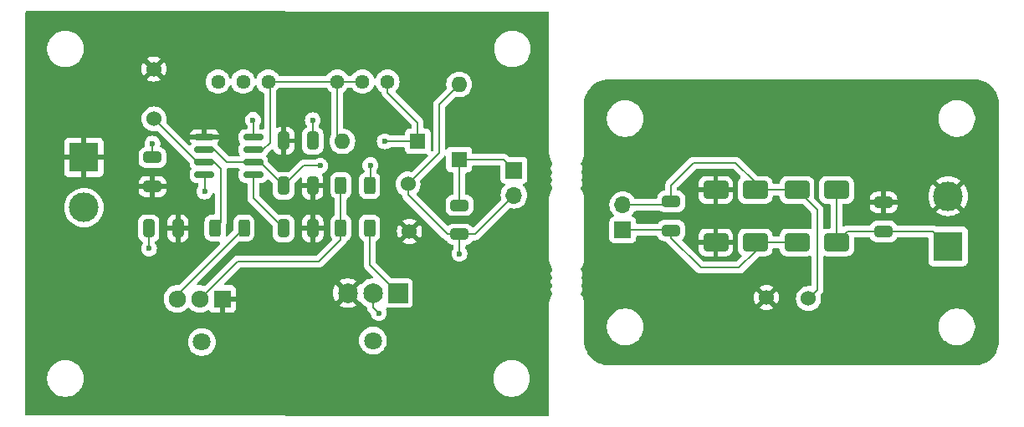
<source format=gbr>
G04 #@! TF.GenerationSoftware,KiCad,Pcbnew,8.0.6*
G04 #@! TF.CreationDate,2025-12-03T01:38:51-06:00*
G04 #@! TF.ProjectId,WirelessChargerPCB,57697265-6c65-4737-9343-686172676572,rev?*
G04 #@! TF.SameCoordinates,Original*
G04 #@! TF.FileFunction,Copper,L1,Top*
G04 #@! TF.FilePolarity,Positive*
%FSLAX46Y46*%
G04 Gerber Fmt 4.6, Leading zero omitted, Abs format (unit mm)*
G04 Created by KiCad (PCBNEW 8.0.6) date 2025-12-03 01:38:51*
%MOMM*%
%LPD*%
G01*
G04 APERTURE LIST*
G04 Aperture macros list*
%AMRoundRect*
0 Rectangle with rounded corners*
0 $1 Rounding radius*
0 $2 $3 $4 $5 $6 $7 $8 $9 X,Y pos of 4 corners*
0 Add a 4 corners polygon primitive as box body*
4,1,4,$2,$3,$4,$5,$6,$7,$8,$9,$2,$3,0*
0 Add four circle primitives for the rounded corners*
1,1,$1+$1,$2,$3*
1,1,$1+$1,$4,$5*
1,1,$1+$1,$6,$7*
1,1,$1+$1,$8,$9*
0 Add four rect primitives between the rounded corners*
20,1,$1+$1,$2,$3,$4,$5,0*
20,1,$1+$1,$4,$5,$6,$7,0*
20,1,$1+$1,$6,$7,$8,$9,0*
20,1,$1+$1,$8,$9,$2,$3,0*%
G04 Aperture macros list end*
G04 #@! TA.AperFunction,ComponentPad*
%ADD10R,3.000000X3.000000*%
G04 #@! TD*
G04 #@! TA.AperFunction,ComponentPad*
%ADD11C,3.000000*%
G04 #@! TD*
G04 #@! TA.AperFunction,ComponentPad*
%ADD12R,1.700000X1.700000*%
G04 #@! TD*
G04 #@! TA.AperFunction,ComponentPad*
%ADD13O,1.700000X1.700000*%
G04 #@! TD*
G04 #@! TA.AperFunction,SMDPad,CuDef*
%ADD14RoundRect,0.250000X-0.312500X-0.625000X0.312500X-0.625000X0.312500X0.625000X-0.312500X0.625000X0*%
G04 #@! TD*
G04 #@! TA.AperFunction,SMDPad,CuDef*
%ADD15RoundRect,0.250000X-0.650000X0.325000X-0.650000X-0.325000X0.650000X-0.325000X0.650000X0.325000X0*%
G04 #@! TD*
G04 #@! TA.AperFunction,ComponentPad*
%ADD16R,1.600000X1.600000*%
G04 #@! TD*
G04 #@! TA.AperFunction,ComponentPad*
%ADD17O,1.600000X1.600000*%
G04 #@! TD*
G04 #@! TA.AperFunction,SMDPad,CuDef*
%ADD18RoundRect,0.250000X1.000000X0.650000X-1.000000X0.650000X-1.000000X-0.650000X1.000000X-0.650000X0*%
G04 #@! TD*
G04 #@! TA.AperFunction,ComponentPad*
%ADD19C,1.800000*%
G04 #@! TD*
G04 #@! TA.AperFunction,SMDPad,CuDef*
%ADD20RoundRect,0.150000X-0.825000X-0.150000X0.825000X-0.150000X0.825000X0.150000X-0.825000X0.150000X0*%
G04 #@! TD*
G04 #@! TA.AperFunction,ComponentPad*
%ADD21C,1.530000*%
G04 #@! TD*
G04 #@! TA.AperFunction,ComponentPad*
%ADD22R,1.995000X1.995000*%
G04 #@! TD*
G04 #@! TA.AperFunction,ComponentPad*
%ADD23C,1.995000*%
G04 #@! TD*
G04 #@! TA.AperFunction,SMDPad,CuDef*
%ADD24RoundRect,0.250000X0.325000X0.650000X-0.325000X0.650000X-0.325000X-0.650000X0.325000X-0.650000X0*%
G04 #@! TD*
G04 #@! TA.AperFunction,ComponentPad*
%ADD25C,1.440000*%
G04 #@! TD*
G04 #@! TA.AperFunction,SMDPad,CuDef*
%ADD26RoundRect,0.250000X-0.325000X-0.650000X0.325000X-0.650000X0.325000X0.650000X-0.325000X0.650000X0*%
G04 #@! TD*
G04 #@! TA.AperFunction,ComponentPad*
%ADD27R,1.710000X1.800000*%
G04 #@! TD*
G04 #@! TA.AperFunction,ComponentPad*
%ADD28O,1.710000X1.800000*%
G04 #@! TD*
G04 #@! TA.AperFunction,SMDPad,CuDef*
%ADD29RoundRect,0.250000X0.650000X-0.325000X0.650000X0.325000X-0.650000X0.325000X-0.650000X-0.325000X0*%
G04 #@! TD*
G04 #@! TA.AperFunction,ViaPad*
%ADD30C,0.600000*%
G04 #@! TD*
G04 #@! TA.AperFunction,Conductor*
%ADD31C,0.200000*%
G04 #@! TD*
G04 APERTURE END LIST*
D10*
X189640000Y-102830000D03*
D11*
X189640000Y-97750000D03*
D10*
X102185000Y-93815000D03*
D11*
X102185000Y-98895000D03*
D12*
X145700000Y-95105000D03*
D13*
X145700000Y-97645000D03*
D14*
X128170000Y-100965000D03*
X131095000Y-100965000D03*
D15*
X161600000Y-98265000D03*
X161600000Y-101215000D03*
D16*
X140155000Y-94035000D03*
D17*
X140155000Y-86415000D03*
D15*
X109115000Y-93815000D03*
X109115000Y-96765000D03*
D18*
X170122500Y-102420000D03*
X166122500Y-102420000D03*
D19*
X114125000Y-112515000D03*
D20*
X114365000Y-91765000D03*
X114365000Y-93035000D03*
X114365000Y-94305000D03*
X114365000Y-95575000D03*
X119315000Y-95575000D03*
X119315000Y-94305000D03*
X119315000Y-93035000D03*
X119315000Y-91765000D03*
D21*
X135130000Y-101300000D03*
D22*
X133967500Y-107555000D03*
D23*
X131427500Y-107555000D03*
X128887500Y-107555000D03*
D21*
X171250000Y-108010000D03*
D14*
X115447500Y-100965000D03*
X118372500Y-100965000D03*
D19*
X131435000Y-112365000D03*
D18*
X170122500Y-97100000D03*
X166122500Y-97100000D03*
D12*
X156715000Y-101160000D03*
D13*
X156715000Y-98620000D03*
D24*
X125332500Y-96675000D03*
X122382500Y-96675000D03*
D18*
X178350000Y-97100000D03*
X174350000Y-97100000D03*
D24*
X125345000Y-100995000D03*
X122395000Y-100995000D03*
D21*
X109280000Y-89910000D03*
D25*
X132905000Y-86125000D03*
X130365000Y-86125000D03*
X127825000Y-86125000D03*
X120825000Y-86125000D03*
X118285000Y-86125000D03*
X115745000Y-86125000D03*
D18*
X178350000Y-102420000D03*
X174350000Y-102420000D03*
D15*
X140185000Y-98655000D03*
X140185000Y-101605000D03*
D26*
X122390000Y-92125000D03*
X125340000Y-92125000D03*
D16*
X135955000Y-92175000D03*
D17*
X128335000Y-92175000D03*
D21*
X134980000Y-96510000D03*
D27*
X116185000Y-108145000D03*
D28*
X113905000Y-108145000D03*
X111625000Y-108145000D03*
D21*
X109250000Y-84850000D03*
D14*
X128175000Y-96665000D03*
X131100000Y-96665000D03*
D29*
X183100000Y-101315000D03*
X183100000Y-98365000D03*
D21*
X175510000Y-108110000D03*
D26*
X108735000Y-100995000D03*
X111685000Y-100995000D03*
D30*
X163840000Y-96660000D03*
X138965000Y-96545000D03*
X142435000Y-96605000D03*
X119295000Y-90015000D03*
X114395000Y-97265000D03*
X108765000Y-103045000D03*
X131165000Y-94595000D03*
X125345000Y-90045000D03*
X109115000Y-92415000D03*
X126105000Y-94665000D03*
X132625000Y-92185000D03*
X140185000Y-103565000D03*
X132025000Y-109575000D03*
D31*
X114395000Y-95605000D02*
X114365000Y-95575000D01*
X131165000Y-94595000D02*
X131165000Y-96600000D01*
X109115000Y-92415000D02*
X109115000Y-93815000D01*
X125340000Y-90050000D02*
X125340000Y-92125000D01*
X140155000Y-94035000D02*
X144630000Y-94035000D01*
X125345000Y-90045000D02*
X125340000Y-90050000D01*
X108765000Y-103045000D02*
X108735000Y-103015000D01*
X140185000Y-98655000D02*
X140185000Y-94065000D01*
X108735000Y-103015000D02*
X108735000Y-100995000D01*
X119295000Y-90015000D02*
X119315000Y-90035000D01*
X114395000Y-97265000D02*
X114395000Y-95605000D01*
X119315000Y-90035000D02*
X119315000Y-91765000D01*
X144630000Y-94035000D02*
X145700000Y-95105000D01*
X140185000Y-94065000D02*
X140155000Y-94035000D01*
X131165000Y-96600000D02*
X131100000Y-96665000D01*
X119315000Y-95575000D02*
X119315000Y-97925000D01*
X122385000Y-100995000D02*
X122395000Y-100995000D01*
X119315000Y-97925000D02*
X122385000Y-100995000D01*
X132625000Y-92185000D02*
X132895000Y-92185000D01*
X132905000Y-86125000D02*
X132905000Y-87245000D01*
X132905000Y-92175000D02*
X135955000Y-92175000D01*
X126105000Y-94665000D02*
X124392500Y-94665000D01*
X119315000Y-94305000D02*
X120012500Y-94305000D01*
X124392500Y-94665000D02*
X122382500Y-96675000D01*
X132905000Y-87245000D02*
X135955000Y-90295000D01*
X135955000Y-90295000D02*
X135955000Y-92175000D01*
X132895000Y-92185000D02*
X132905000Y-92175000D01*
X120012500Y-94305000D02*
X122382500Y-96675000D01*
X116609999Y-94305000D02*
X119315000Y-94305000D01*
X115339999Y-93035000D02*
X116609999Y-94305000D01*
X114365000Y-93035000D02*
X115339999Y-93035000D01*
X140185000Y-103565000D02*
X140185000Y-101605000D01*
X131427500Y-107555000D02*
X131427500Y-108977500D01*
X131427500Y-108977500D02*
X132025000Y-109575000D01*
X138105000Y-93385000D02*
X134980000Y-96510000D01*
X138105000Y-88465000D02*
X138105000Y-93385000D01*
X134980000Y-97600000D02*
X138985000Y-101605000D01*
X140185000Y-101605000D02*
X141740000Y-101605000D01*
X141740000Y-101605000D02*
X145700000Y-97645000D01*
X134980000Y-96510000D02*
X134980000Y-97600000D01*
X138985000Y-101605000D02*
X140185000Y-101605000D01*
X140155000Y-86415000D02*
X138105000Y-88465000D01*
X170122500Y-102420000D02*
X174350000Y-102420000D01*
X156715000Y-101160000D02*
X161545000Y-101160000D01*
X161600000Y-101980000D02*
X164600000Y-104980000D01*
X164600000Y-104980000D02*
X168480000Y-104980000D01*
X161545000Y-101160000D02*
X161600000Y-101215000D01*
X170122500Y-103337500D02*
X170122500Y-102420000D01*
X168480000Y-104980000D02*
X170122500Y-103337500D01*
X161600000Y-101215000D02*
X161600000Y-101980000D01*
X176400000Y-99150000D02*
X176400000Y-107220000D01*
X176400000Y-107220000D02*
X175510000Y-108110000D01*
X161600000Y-98265000D02*
X161600000Y-96630000D01*
X170122500Y-96352500D02*
X170122500Y-97100000D01*
X174350000Y-97100000D02*
X176400000Y-99150000D01*
X161600000Y-96630000D02*
X163890000Y-94340000D01*
X170122500Y-97100000D02*
X174350000Y-97100000D01*
X163890000Y-94340000D02*
X168110000Y-94340000D01*
X168110000Y-94340000D02*
X170122500Y-96352500D01*
X161245000Y-98620000D02*
X161600000Y-98265000D01*
X156715000Y-98620000D02*
X161245000Y-98620000D01*
X183100000Y-101315000D02*
X188125000Y-101315000D01*
X183100000Y-101315000D02*
X179455000Y-101315000D01*
X179455000Y-101315000D02*
X178350000Y-102420000D01*
X178350000Y-97100000D02*
X178350000Y-102420000D01*
X188125000Y-101315000D02*
X189640000Y-102830000D01*
X121015000Y-86315000D02*
X121015000Y-92309999D01*
X120289999Y-93035000D02*
X119315000Y-93035000D01*
X127825000Y-91665000D02*
X128335000Y-92175000D01*
X120825000Y-86125000D02*
X121015000Y-86315000D01*
X120825000Y-86125000D02*
X127825000Y-86125000D01*
X121015000Y-92309999D02*
X120289999Y-93035000D01*
X127825000Y-86125000D02*
X127825000Y-91665000D01*
X127825000Y-86125000D02*
X130365000Y-86125000D01*
X121075000Y-86375000D02*
X120825000Y-86125000D01*
X113905000Y-108145000D02*
X113950000Y-108145000D01*
X128170000Y-102130000D02*
X128170000Y-100965000D01*
X113950000Y-108145000D02*
X117730000Y-104365000D01*
X117730000Y-104365000D02*
X125935000Y-104365000D01*
X125935000Y-104365000D02*
X128170000Y-102130000D01*
X128175000Y-100960000D02*
X128170000Y-100965000D01*
X128175000Y-96665000D02*
X128175000Y-100960000D01*
X111625000Y-107712500D02*
X111625000Y-108145000D01*
X118372500Y-100965000D02*
X111625000Y-107712500D01*
X131095000Y-100965000D02*
X131095000Y-104682500D01*
X131095000Y-104682500D02*
X133967500Y-107555000D01*
X114365000Y-94305000D02*
X113675000Y-94305000D01*
X113675000Y-94305000D02*
X109280000Y-89910000D01*
X116010000Y-94975001D02*
X116010000Y-100402500D01*
X114365000Y-94305000D02*
X115339999Y-94305000D01*
X116010000Y-100402500D02*
X115447500Y-100965000D01*
X115339999Y-94305000D02*
X116010000Y-94975001D01*
G04 #@! TA.AperFunction,Conductor*
G36*
X167876942Y-94960185D02*
G01*
X167897583Y-94976818D01*
X168628268Y-95707503D01*
X168661752Y-95768825D01*
X168656768Y-95838517D01*
X168628268Y-95882864D01*
X168529787Y-95981345D01*
X168437687Y-96130663D01*
X168437685Y-96130668D01*
X168427178Y-96162377D01*
X168382501Y-96297203D01*
X168382501Y-96297204D01*
X168382500Y-96297204D01*
X168372000Y-96399983D01*
X168372000Y-97800001D01*
X168372001Y-97800018D01*
X168382500Y-97902796D01*
X168382501Y-97902799D01*
X168422313Y-98022942D01*
X168437686Y-98069334D01*
X168529788Y-98218656D01*
X168653844Y-98342712D01*
X168803166Y-98434814D01*
X168969703Y-98489999D01*
X169072491Y-98500500D01*
X171172508Y-98500499D01*
X171275297Y-98489999D01*
X171441834Y-98434814D01*
X171591156Y-98342712D01*
X171715212Y-98218656D01*
X171807314Y-98069334D01*
X171862499Y-97902797D01*
X171870462Y-97824853D01*
X171871786Y-97811897D01*
X171898183Y-97747205D01*
X171955364Y-97707054D01*
X171995144Y-97700500D01*
X172477357Y-97700500D01*
X172544396Y-97720185D01*
X172590151Y-97772989D01*
X172600715Y-97811898D01*
X172610001Y-97902797D01*
X172610001Y-97902799D01*
X172649813Y-98022942D01*
X172665186Y-98069334D01*
X172757288Y-98218656D01*
X172881344Y-98342712D01*
X173030666Y-98434814D01*
X173197203Y-98489999D01*
X173299991Y-98500500D01*
X174849901Y-98500499D01*
X174916940Y-98520184D01*
X174937582Y-98536818D01*
X175763181Y-99362416D01*
X175796666Y-99423739D01*
X175799500Y-99450097D01*
X175799500Y-100956598D01*
X175779815Y-101023637D01*
X175727011Y-101069392D01*
X175657853Y-101079336D01*
X175636497Y-101074304D01*
X175502799Y-101030001D01*
X175502795Y-101030000D01*
X175400010Y-101019500D01*
X173299998Y-101019500D01*
X173299981Y-101019501D01*
X173197203Y-101030000D01*
X173197200Y-101030001D01*
X173030668Y-101085185D01*
X173030663Y-101085187D01*
X172881342Y-101177289D01*
X172757289Y-101301342D01*
X172665187Y-101450663D01*
X172665185Y-101450668D01*
X172665115Y-101450880D01*
X172610002Y-101617202D01*
X172610001Y-101617204D01*
X172610000Y-101617205D01*
X172600714Y-101708103D01*
X172574317Y-101772795D01*
X172517136Y-101812946D01*
X172477356Y-101819500D01*
X171995143Y-101819500D01*
X171928104Y-101799815D01*
X171882349Y-101747011D01*
X171871785Y-101708102D01*
X171868157Y-101672596D01*
X171862499Y-101617203D01*
X171807314Y-101450666D01*
X171715212Y-101301344D01*
X171591156Y-101177288D01*
X171441834Y-101085186D01*
X171275297Y-101030001D01*
X171275295Y-101030000D01*
X171172510Y-101019500D01*
X169072498Y-101019500D01*
X169072481Y-101019501D01*
X168969703Y-101030000D01*
X168969700Y-101030001D01*
X168803168Y-101085185D01*
X168803163Y-101085187D01*
X168653842Y-101177289D01*
X168529789Y-101301342D01*
X168437687Y-101450663D01*
X168437685Y-101450668D01*
X168437615Y-101450880D01*
X168382501Y-101617203D01*
X168382501Y-101617204D01*
X168382500Y-101617204D01*
X168372000Y-101719983D01*
X168372000Y-103120001D01*
X168372001Y-103120018D01*
X168382500Y-103222796D01*
X168382501Y-103222799D01*
X168437615Y-103389119D01*
X168437686Y-103389334D01*
X168529596Y-103538345D01*
X168529789Y-103538657D01*
X168653844Y-103662712D01*
X168702336Y-103692622D01*
X168749061Y-103744570D01*
X168760284Y-103813532D01*
X168732440Y-103877615D01*
X168724921Y-103885842D01*
X168267584Y-104343181D01*
X168206261Y-104376666D01*
X168179903Y-104379500D01*
X164900098Y-104379500D01*
X164833059Y-104359815D01*
X164812417Y-104343181D01*
X163589222Y-103119986D01*
X164372501Y-103119986D01*
X164382994Y-103222697D01*
X164438141Y-103389119D01*
X164438143Y-103389124D01*
X164530184Y-103538345D01*
X164654154Y-103662315D01*
X164803375Y-103754356D01*
X164803380Y-103754358D01*
X164969802Y-103809505D01*
X164969809Y-103809506D01*
X165072519Y-103819999D01*
X165872499Y-103819999D01*
X166372500Y-103819999D01*
X167172472Y-103819999D01*
X167172486Y-103819998D01*
X167275197Y-103809505D01*
X167441619Y-103754358D01*
X167441624Y-103754356D01*
X167590845Y-103662315D01*
X167714815Y-103538345D01*
X167806856Y-103389124D01*
X167806858Y-103389119D01*
X167862005Y-103222697D01*
X167862006Y-103222690D01*
X167872499Y-103119986D01*
X167872500Y-103119973D01*
X167872500Y-102670000D01*
X166372500Y-102670000D01*
X166372500Y-103819999D01*
X165872499Y-103819999D01*
X165872500Y-103819998D01*
X165872500Y-102670000D01*
X164372501Y-102670000D01*
X164372501Y-103119986D01*
X163589222Y-103119986D01*
X162747983Y-102278747D01*
X162714498Y-102217424D01*
X162719482Y-102147732D01*
X162747983Y-102103385D01*
X162793504Y-102057864D01*
X162842712Y-102008656D01*
X162934814Y-101859334D01*
X162980980Y-101720013D01*
X164372500Y-101720013D01*
X164372500Y-102170000D01*
X165872500Y-102170000D01*
X166372500Y-102170000D01*
X167872499Y-102170000D01*
X167872499Y-101720028D01*
X167872498Y-101720013D01*
X167862005Y-101617302D01*
X167806858Y-101450880D01*
X167806856Y-101450875D01*
X167714815Y-101301654D01*
X167590845Y-101177684D01*
X167441624Y-101085643D01*
X167441619Y-101085641D01*
X167275197Y-101030494D01*
X167275190Y-101030493D01*
X167172486Y-101020000D01*
X166372500Y-101020000D01*
X166372500Y-102170000D01*
X165872500Y-102170000D01*
X165872500Y-101020000D01*
X165072528Y-101020000D01*
X165072512Y-101020001D01*
X164969802Y-101030494D01*
X164803380Y-101085641D01*
X164803375Y-101085643D01*
X164654154Y-101177684D01*
X164530184Y-101301654D01*
X164438143Y-101450875D01*
X164438141Y-101450880D01*
X164382994Y-101617302D01*
X164382993Y-101617309D01*
X164372500Y-101720013D01*
X162980980Y-101720013D01*
X162989999Y-101692797D01*
X163000500Y-101590009D01*
X163000499Y-100839992D01*
X162999427Y-100829501D01*
X162989999Y-100737203D01*
X162989998Y-100737200D01*
X162978440Y-100702321D01*
X162934814Y-100570666D01*
X162842712Y-100421344D01*
X162718656Y-100297288D01*
X162569334Y-100205186D01*
X162402797Y-100150001D01*
X162402795Y-100150000D01*
X162300010Y-100139500D01*
X160899998Y-100139500D01*
X160899981Y-100139501D01*
X160797203Y-100150000D01*
X160797200Y-100150001D01*
X160630668Y-100205185D01*
X160630663Y-100205187D01*
X160481342Y-100297289D01*
X160357289Y-100421342D01*
X160341010Y-100447733D01*
X160316785Y-100487011D01*
X160308405Y-100500597D01*
X160256457Y-100547321D01*
X160202866Y-100559500D01*
X158189499Y-100559500D01*
X158122460Y-100539815D01*
X158076705Y-100487011D01*
X158065499Y-100435500D01*
X158065499Y-100262129D01*
X158065498Y-100262123D01*
X158065497Y-100262116D01*
X158059091Y-100202517D01*
X158039503Y-100150000D01*
X158008797Y-100067671D01*
X158008793Y-100067664D01*
X157922547Y-99952455D01*
X157922544Y-99952452D01*
X157807335Y-99866206D01*
X157807328Y-99866202D01*
X157675917Y-99817189D01*
X157619983Y-99775318D01*
X157595566Y-99709853D01*
X157610418Y-99641580D01*
X157631563Y-99613332D01*
X157753495Y-99491401D01*
X157889035Y-99297830D01*
X157891707Y-99292097D01*
X157937878Y-99239658D01*
X158004091Y-99220500D01*
X160507442Y-99220500D01*
X160572538Y-99238961D01*
X160630659Y-99274810D01*
X160630660Y-99274810D01*
X160630666Y-99274814D01*
X160797203Y-99329999D01*
X160899991Y-99340500D01*
X162300008Y-99340499D01*
X162402797Y-99329999D01*
X162569334Y-99274814D01*
X162718656Y-99182712D01*
X162842712Y-99058656D01*
X162934814Y-98909334D01*
X162989999Y-98742797D01*
X163000500Y-98640009D01*
X163000499Y-97889992D01*
X162991305Y-97799986D01*
X164372501Y-97799986D01*
X164382994Y-97902697D01*
X164438141Y-98069119D01*
X164438143Y-98069124D01*
X164530184Y-98218345D01*
X164654154Y-98342315D01*
X164803375Y-98434356D01*
X164803380Y-98434358D01*
X164969802Y-98489505D01*
X164969809Y-98489506D01*
X165072519Y-98499999D01*
X165872499Y-98499999D01*
X166372500Y-98499999D01*
X167172472Y-98499999D01*
X167172486Y-98499998D01*
X167275197Y-98489505D01*
X167441619Y-98434358D01*
X167441624Y-98434356D01*
X167590845Y-98342315D01*
X167714815Y-98218345D01*
X167806856Y-98069124D01*
X167806858Y-98069119D01*
X167862005Y-97902697D01*
X167862006Y-97902690D01*
X167872499Y-97799986D01*
X167872500Y-97799973D01*
X167872500Y-97350000D01*
X166372500Y-97350000D01*
X166372500Y-98499999D01*
X165872499Y-98499999D01*
X165872500Y-98499998D01*
X165872500Y-97350000D01*
X164372501Y-97350000D01*
X164372501Y-97799986D01*
X162991305Y-97799986D01*
X162989999Y-97787203D01*
X162934814Y-97620666D01*
X162842712Y-97471344D01*
X162718656Y-97347288D01*
X162569334Y-97255186D01*
X162402797Y-97200001D01*
X162402794Y-97200000D01*
X162311897Y-97190714D01*
X162247205Y-97164317D01*
X162207054Y-97107136D01*
X162200500Y-97067356D01*
X162200500Y-96930097D01*
X162220185Y-96863058D01*
X162236819Y-96842416D01*
X162679222Y-96400013D01*
X164372500Y-96400013D01*
X164372500Y-96850000D01*
X165872500Y-96850000D01*
X166372500Y-96850000D01*
X167872499Y-96850000D01*
X167872499Y-96400028D01*
X167872498Y-96400013D01*
X167862005Y-96297302D01*
X167806858Y-96130880D01*
X167806856Y-96130875D01*
X167714815Y-95981654D01*
X167590845Y-95857684D01*
X167441624Y-95765643D01*
X167441619Y-95765641D01*
X167275197Y-95710494D01*
X167275190Y-95710493D01*
X167172486Y-95700000D01*
X166372500Y-95700000D01*
X166372500Y-96850000D01*
X165872500Y-96850000D01*
X165872500Y-95700000D01*
X165072528Y-95700000D01*
X165072512Y-95700001D01*
X164969802Y-95710494D01*
X164803380Y-95765641D01*
X164803375Y-95765643D01*
X164654154Y-95857684D01*
X164530184Y-95981654D01*
X164438143Y-96130875D01*
X164438141Y-96130880D01*
X164382994Y-96297302D01*
X164382993Y-96297309D01*
X164372500Y-96400013D01*
X162679222Y-96400013D01*
X164102416Y-94976819D01*
X164163739Y-94943334D01*
X164190097Y-94940500D01*
X167809903Y-94940500D01*
X167876942Y-94960185D01*
G37*
G04 #@! TD.AperFunction*
G04 #@! TA.AperFunction,Conductor*
G36*
X192303736Y-85890726D02*
G01*
X192593796Y-85908271D01*
X192608659Y-85910076D01*
X192890798Y-85961780D01*
X192905335Y-85965363D01*
X193179172Y-86050695D01*
X193193163Y-86056000D01*
X193454743Y-86173727D01*
X193467989Y-86180680D01*
X193713465Y-86329075D01*
X193725776Y-86337573D01*
X193951573Y-86514473D01*
X193962781Y-86524403D01*
X194165596Y-86727218D01*
X194175526Y-86738426D01*
X194295481Y-86891538D01*
X194352422Y-86964217D01*
X194360928Y-86976540D01*
X194509316Y-87222004D01*
X194516275Y-87235263D01*
X194633997Y-87496831D01*
X194639306Y-87510832D01*
X194724635Y-87784663D01*
X194728219Y-87799201D01*
X194779923Y-88081340D01*
X194781728Y-88096205D01*
X194799274Y-88386263D01*
X194799500Y-88393750D01*
X194799500Y-112386249D01*
X194799274Y-112393736D01*
X194781728Y-112683794D01*
X194779923Y-112698659D01*
X194728219Y-112980798D01*
X194724635Y-112995336D01*
X194639306Y-113269167D01*
X194633997Y-113283168D01*
X194516275Y-113544736D01*
X194509316Y-113557995D01*
X194360928Y-113803459D01*
X194352422Y-113815782D01*
X194175526Y-114041573D01*
X194165596Y-114052781D01*
X193962781Y-114255596D01*
X193951573Y-114265526D01*
X193725782Y-114442422D01*
X193713459Y-114450928D01*
X193467995Y-114599316D01*
X193454736Y-114606275D01*
X193193168Y-114723997D01*
X193179167Y-114729306D01*
X192905336Y-114814635D01*
X192890798Y-114818219D01*
X192608659Y-114869923D01*
X192593794Y-114871728D01*
X192303736Y-114889274D01*
X192296249Y-114889500D01*
X155303751Y-114889500D01*
X155296264Y-114889274D01*
X155006205Y-114871728D01*
X154991340Y-114869923D01*
X154709201Y-114818219D01*
X154694663Y-114814635D01*
X154420832Y-114729306D01*
X154406831Y-114723997D01*
X154145263Y-114606275D01*
X154132004Y-114599316D01*
X153886540Y-114450928D01*
X153874217Y-114442422D01*
X153648426Y-114265526D01*
X153637218Y-114255596D01*
X153434403Y-114052781D01*
X153424473Y-114041573D01*
X153247573Y-113815776D01*
X153239075Y-113803465D01*
X153090680Y-113557989D01*
X153083727Y-113544743D01*
X152966000Y-113283163D01*
X152960693Y-113269167D01*
X152875364Y-112995336D01*
X152871780Y-112980798D01*
X152820076Y-112698659D01*
X152818271Y-112683794D01*
X152800726Y-112393736D01*
X152800500Y-112386249D01*
X152800500Y-110848711D01*
X155099500Y-110848711D01*
X155099500Y-111091288D01*
X155131161Y-111331785D01*
X155193947Y-111566104D01*
X155286773Y-111790205D01*
X155286776Y-111790212D01*
X155408064Y-112000289D01*
X155408066Y-112000292D01*
X155408067Y-112000293D01*
X155555733Y-112192736D01*
X155555739Y-112192743D01*
X155727256Y-112364260D01*
X155727263Y-112364266D01*
X155765669Y-112393736D01*
X155919711Y-112511936D01*
X156129788Y-112633224D01*
X156353900Y-112726054D01*
X156588211Y-112788838D01*
X156768586Y-112812584D01*
X156828711Y-112820500D01*
X156828712Y-112820500D01*
X157071289Y-112820500D01*
X157119388Y-112814167D01*
X157311789Y-112788838D01*
X157546100Y-112726054D01*
X157770212Y-112633224D01*
X157980289Y-112511936D01*
X158172738Y-112364265D01*
X158344265Y-112192738D01*
X158491936Y-112000289D01*
X158613224Y-111790212D01*
X158706054Y-111566100D01*
X158768838Y-111331789D01*
X158800500Y-111091288D01*
X158800500Y-110848712D01*
X158800500Y-110848711D01*
X188669500Y-110848711D01*
X188669500Y-111091288D01*
X188701161Y-111331785D01*
X188763947Y-111566104D01*
X188856773Y-111790205D01*
X188856776Y-111790212D01*
X188978064Y-112000289D01*
X188978066Y-112000292D01*
X188978067Y-112000293D01*
X189125733Y-112192736D01*
X189125739Y-112192743D01*
X189297256Y-112364260D01*
X189297263Y-112364266D01*
X189335669Y-112393736D01*
X189489711Y-112511936D01*
X189699788Y-112633224D01*
X189923900Y-112726054D01*
X190158211Y-112788838D01*
X190338586Y-112812584D01*
X190398711Y-112820500D01*
X190398712Y-112820500D01*
X190641289Y-112820500D01*
X190689388Y-112814167D01*
X190881789Y-112788838D01*
X191116100Y-112726054D01*
X191340212Y-112633224D01*
X191550289Y-112511936D01*
X191742738Y-112364265D01*
X191914265Y-112192738D01*
X192061936Y-112000289D01*
X192183224Y-111790212D01*
X192276054Y-111566100D01*
X192338838Y-111331789D01*
X192370500Y-111091288D01*
X192370500Y-110848712D01*
X192338838Y-110608211D01*
X192276054Y-110373900D01*
X192183224Y-110149788D01*
X192061936Y-109939711D01*
X191914265Y-109747262D01*
X191914260Y-109747256D01*
X191742743Y-109575739D01*
X191742736Y-109575733D01*
X191550293Y-109428067D01*
X191550292Y-109428066D01*
X191550289Y-109428064D01*
X191340212Y-109306776D01*
X191332844Y-109303724D01*
X191116104Y-109213947D01*
X190998944Y-109182554D01*
X190881789Y-109151162D01*
X190881788Y-109151161D01*
X190881785Y-109151161D01*
X190641289Y-109119500D01*
X190641288Y-109119500D01*
X190398712Y-109119500D01*
X190398711Y-109119500D01*
X190158214Y-109151161D01*
X189923895Y-109213947D01*
X189699794Y-109306773D01*
X189699785Y-109306777D01*
X189489706Y-109428067D01*
X189297263Y-109575733D01*
X189297256Y-109575739D01*
X189125739Y-109747256D01*
X189125733Y-109747263D01*
X188978067Y-109939706D01*
X188856777Y-110149785D01*
X188856773Y-110149794D01*
X188763947Y-110373895D01*
X188701161Y-110608214D01*
X188669500Y-110848711D01*
X158800500Y-110848711D01*
X158768838Y-110608211D01*
X158706054Y-110373900D01*
X158613224Y-110149788D01*
X158491936Y-109939711D01*
X158344265Y-109747262D01*
X158344260Y-109747256D01*
X158172743Y-109575739D01*
X158172736Y-109575733D01*
X157980293Y-109428067D01*
X157980292Y-109428066D01*
X157980289Y-109428064D01*
X157770212Y-109306776D01*
X157762844Y-109303724D01*
X157546104Y-109213947D01*
X157428944Y-109182554D01*
X157311789Y-109151162D01*
X157311788Y-109151161D01*
X157311785Y-109151161D01*
X157071289Y-109119500D01*
X157071288Y-109119500D01*
X156828712Y-109119500D01*
X156828711Y-109119500D01*
X156588214Y-109151161D01*
X156353895Y-109213947D01*
X156129794Y-109306773D01*
X156129785Y-109306777D01*
X155919706Y-109428067D01*
X155727263Y-109575733D01*
X155727256Y-109575739D01*
X155555739Y-109747256D01*
X155555733Y-109747263D01*
X155408067Y-109939706D01*
X155286777Y-110149785D01*
X155286773Y-110149794D01*
X155193947Y-110373895D01*
X155131161Y-110608214D01*
X155099500Y-110848711D01*
X152800500Y-110848711D01*
X152800500Y-108573374D01*
X152800500Y-108573371D01*
X152764458Y-108322692D01*
X152693107Y-108079693D01*
X152693106Y-108079691D01*
X152693105Y-108079687D01*
X152661280Y-108009999D01*
X169980168Y-108009999D01*
X169980168Y-108010000D01*
X169999459Y-108230499D01*
X169999461Y-108230509D01*
X170056745Y-108444300D01*
X170056749Y-108444309D01*
X170150295Y-108644919D01*
X170196103Y-108710341D01*
X170196105Y-108710342D01*
X170758871Y-108147575D01*
X170774755Y-108206853D01*
X170841898Y-108323147D01*
X170936853Y-108418102D01*
X171053147Y-108485245D01*
X171112424Y-108501128D01*
X170549656Y-109063894D01*
X170615083Y-109109706D01*
X170615085Y-109109707D01*
X170815690Y-109203250D01*
X170815699Y-109203254D01*
X171029490Y-109260538D01*
X171029500Y-109260540D01*
X171249999Y-109279832D01*
X171250001Y-109279832D01*
X171470499Y-109260540D01*
X171470509Y-109260538D01*
X171684300Y-109203254D01*
X171684309Y-109203250D01*
X171884915Y-109109706D01*
X171950342Y-109063894D01*
X171387575Y-108501127D01*
X171446853Y-108485245D01*
X171563147Y-108418102D01*
X171658102Y-108323147D01*
X171725245Y-108206853D01*
X171741128Y-108147575D01*
X172303894Y-108710342D01*
X172349706Y-108644915D01*
X172443250Y-108444309D01*
X172443254Y-108444300D01*
X172500538Y-108230509D01*
X172500540Y-108230499D01*
X172519832Y-108010000D01*
X172519832Y-108009999D01*
X172500540Y-107789500D01*
X172500538Y-107789490D01*
X172443254Y-107575699D01*
X172443250Y-107575690D01*
X172349707Y-107375085D01*
X172349706Y-107375083D01*
X172303894Y-107309657D01*
X172303894Y-107309656D01*
X171741127Y-107872423D01*
X171725245Y-107813147D01*
X171658102Y-107696853D01*
X171563147Y-107601898D01*
X171446853Y-107534755D01*
X171387575Y-107518872D01*
X171950342Y-106956105D01*
X171950341Y-106956103D01*
X171884919Y-106910295D01*
X171684309Y-106816749D01*
X171684300Y-106816745D01*
X171470509Y-106759461D01*
X171470499Y-106759459D01*
X171250001Y-106740168D01*
X171249999Y-106740168D01*
X171029500Y-106759459D01*
X171029490Y-106759461D01*
X170815699Y-106816745D01*
X170815690Y-106816749D01*
X170615084Y-106910293D01*
X170549657Y-106956104D01*
X171112424Y-107518871D01*
X171053147Y-107534755D01*
X170936853Y-107601898D01*
X170841898Y-107696853D01*
X170774755Y-107813147D01*
X170758871Y-107872424D01*
X170196104Y-107309657D01*
X170150293Y-107375084D01*
X170056749Y-107575690D01*
X170056745Y-107575699D01*
X169999461Y-107789490D01*
X169999459Y-107789500D01*
X169980168Y-108009999D01*
X152661280Y-108009999D01*
X152587906Y-107849333D01*
X152587893Y-107849310D01*
X152473926Y-107671973D01*
X152454241Y-107604934D01*
X152473926Y-107537894D01*
X152490556Y-107517257D01*
X152530500Y-107477314D01*
X152596392Y-107363186D01*
X152630500Y-107235892D01*
X152630500Y-107104108D01*
X152596392Y-106976814D01*
X152530500Y-106862686D01*
X152525495Y-106857681D01*
X152492010Y-106796358D01*
X152496994Y-106726666D01*
X152525495Y-106682319D01*
X152530500Y-106677314D01*
X152596392Y-106563186D01*
X152630500Y-106435892D01*
X152630500Y-106304108D01*
X152596392Y-106176814D01*
X152530500Y-106062686D01*
X152525495Y-106057681D01*
X152492010Y-105996358D01*
X152496994Y-105926666D01*
X152525495Y-105882319D01*
X152530500Y-105877314D01*
X152596392Y-105763186D01*
X152630500Y-105635892D01*
X152630500Y-105504108D01*
X152596392Y-105376814D01*
X152530500Y-105262686D01*
X152530496Y-105262682D01*
X152490559Y-105222744D01*
X152457075Y-105161421D01*
X152462060Y-105091729D01*
X152473922Y-105068031D01*
X152587900Y-104890678D01*
X152587903Y-104890670D01*
X152587906Y-104890666D01*
X152693105Y-104660312D01*
X152693105Y-104660310D01*
X152693107Y-104660307D01*
X152764458Y-104417308D01*
X152800500Y-104166629D01*
X152800500Y-104040000D01*
X152800500Y-103974108D01*
X152800500Y-98619999D01*
X155359341Y-98619999D01*
X155359341Y-98620000D01*
X155379936Y-98855403D01*
X155379938Y-98855413D01*
X155441094Y-99083655D01*
X155441096Y-99083659D01*
X155441097Y-99083663D01*
X155530232Y-99274814D01*
X155540965Y-99297830D01*
X155540967Y-99297834D01*
X155640512Y-99439998D01*
X155676501Y-99491396D01*
X155676506Y-99491402D01*
X155798430Y-99613326D01*
X155831915Y-99674649D01*
X155826931Y-99744341D01*
X155785059Y-99800274D01*
X155754083Y-99817189D01*
X155622669Y-99866203D01*
X155622664Y-99866206D01*
X155507455Y-99952452D01*
X155507452Y-99952455D01*
X155421206Y-100067664D01*
X155421202Y-100067671D01*
X155370908Y-100202517D01*
X155364501Y-100262116D01*
X155364501Y-100262123D01*
X155364500Y-100262135D01*
X155364500Y-102057870D01*
X155364501Y-102057876D01*
X155370908Y-102117483D01*
X155421202Y-102252328D01*
X155421206Y-102252335D01*
X155507452Y-102367544D01*
X155507455Y-102367547D01*
X155622664Y-102453793D01*
X155622671Y-102453797D01*
X155757517Y-102504091D01*
X155757516Y-102504091D01*
X155764444Y-102504835D01*
X155817127Y-102510500D01*
X157612872Y-102510499D01*
X157672483Y-102504091D01*
X157807331Y-102453796D01*
X157922546Y-102367546D01*
X158008796Y-102252331D01*
X158059091Y-102117483D01*
X158065500Y-102057873D01*
X158065500Y-101884500D01*
X158085185Y-101817461D01*
X158137989Y-101771706D01*
X158189500Y-101760500D01*
X160142895Y-101760500D01*
X160209934Y-101780185D01*
X160255689Y-101832989D01*
X160260598Y-101845489D01*
X160265186Y-101859334D01*
X160357288Y-102008656D01*
X160481344Y-102132712D01*
X160630666Y-102224814D01*
X160797203Y-102279999D01*
X160899991Y-102290500D01*
X161014276Y-102290499D01*
X161081315Y-102310183D01*
X161113017Y-102343425D01*
X161114530Y-102342265D01*
X161119481Y-102348717D01*
X161238349Y-102467585D01*
X161238354Y-102467589D01*
X164231284Y-105460520D01*
X164231286Y-105460521D01*
X164231290Y-105460524D01*
X164368209Y-105539573D01*
X164368216Y-105539577D01*
X164520943Y-105580501D01*
X164520945Y-105580501D01*
X164686654Y-105580501D01*
X164686670Y-105580500D01*
X168393331Y-105580500D01*
X168393347Y-105580501D01*
X168400943Y-105580501D01*
X168559054Y-105580501D01*
X168559057Y-105580501D01*
X168711785Y-105539577D01*
X168761904Y-105510639D01*
X168848716Y-105460520D01*
X168960520Y-105348716D01*
X168960520Y-105348714D01*
X168970728Y-105338507D01*
X168970729Y-105338504D01*
X170452417Y-103856818D01*
X170513740Y-103823333D01*
X170540098Y-103820499D01*
X171172502Y-103820499D01*
X171172508Y-103820499D01*
X171275297Y-103809999D01*
X171441834Y-103754814D01*
X171591156Y-103662712D01*
X171715212Y-103538656D01*
X171807314Y-103389334D01*
X171862499Y-103222797D01*
X171866034Y-103188193D01*
X171871786Y-103131897D01*
X171898183Y-103067205D01*
X171955364Y-103027054D01*
X171995144Y-103020500D01*
X172477357Y-103020500D01*
X172544396Y-103040185D01*
X172590151Y-103092989D01*
X172600715Y-103131898D01*
X172610001Y-103222797D01*
X172610001Y-103222799D01*
X172665115Y-103389119D01*
X172665186Y-103389334D01*
X172757288Y-103538656D01*
X172881344Y-103662712D01*
X173030666Y-103754814D01*
X173197203Y-103809999D01*
X173299991Y-103820500D01*
X175400008Y-103820499D01*
X175502797Y-103809999D01*
X175636497Y-103765694D01*
X175706324Y-103763293D01*
X175766366Y-103799024D01*
X175797559Y-103861545D01*
X175799500Y-103883401D01*
X175799500Y-106729671D01*
X175779815Y-106796710D01*
X175727011Y-106842465D01*
X175664693Y-106853199D01*
X175510002Y-106839666D01*
X175509998Y-106839666D01*
X175289414Y-106858964D01*
X175289407Y-106858965D01*
X175075524Y-106916275D01*
X175075513Y-106916279D01*
X174874836Y-107009856D01*
X174874834Y-107009857D01*
X174693444Y-107136868D01*
X174536868Y-107293444D01*
X174409857Y-107474834D01*
X174409856Y-107474836D01*
X174316279Y-107675513D01*
X174316275Y-107675524D01*
X174258965Y-107889407D01*
X174258964Y-107889414D01*
X174239666Y-108109998D01*
X174239666Y-108110001D01*
X174258964Y-108330585D01*
X174258965Y-108330592D01*
X174316275Y-108544475D01*
X174316279Y-108544486D01*
X174393619Y-108710342D01*
X174409858Y-108745167D01*
X174536868Y-108926555D01*
X174693445Y-109083132D01*
X174874833Y-109210142D01*
X174982909Y-109260538D01*
X175075513Y-109303720D01*
X175075515Y-109303720D01*
X175075520Y-109303723D01*
X175289409Y-109361035D01*
X175446974Y-109374820D01*
X175509998Y-109380334D01*
X175510000Y-109380334D01*
X175510002Y-109380334D01*
X175565147Y-109375509D01*
X175730591Y-109361035D01*
X175944480Y-109303723D01*
X176145167Y-109210142D01*
X176326555Y-109083132D01*
X176483132Y-108926555D01*
X176610142Y-108745167D01*
X176703723Y-108544480D01*
X176761035Y-108330591D01*
X176780334Y-108110000D01*
X176761035Y-107889409D01*
X176741270Y-107815647D01*
X176742931Y-107745799D01*
X176773362Y-107695873D01*
X176880520Y-107588716D01*
X176930639Y-107501904D01*
X176959577Y-107451785D01*
X177000500Y-107299057D01*
X177000500Y-107140943D01*
X177000500Y-103916537D01*
X177020185Y-103849498D01*
X177072989Y-103803743D01*
X177142147Y-103793799D01*
X177163496Y-103798829D01*
X177197203Y-103809999D01*
X177299991Y-103820500D01*
X179400008Y-103820499D01*
X179502797Y-103809999D01*
X179669334Y-103754814D01*
X179818656Y-103662712D01*
X179942712Y-103538656D01*
X180034814Y-103389334D01*
X180089999Y-103222797D01*
X180100500Y-103120009D01*
X180100499Y-102039499D01*
X180120184Y-101972461D01*
X180172987Y-101926706D01*
X180224499Y-101915500D01*
X181668942Y-101915500D01*
X181735981Y-101935185D01*
X181774479Y-101974401D01*
X181857288Y-102108656D01*
X181981344Y-102232712D01*
X182130666Y-102324814D01*
X182297203Y-102379999D01*
X182399991Y-102390500D01*
X183800008Y-102390499D01*
X183902797Y-102379999D01*
X184069334Y-102324814D01*
X184218656Y-102232712D01*
X184342712Y-102108656D01*
X184425519Y-101974402D01*
X184477467Y-101927679D01*
X184531058Y-101915500D01*
X187515500Y-101915500D01*
X187582539Y-101935185D01*
X187628294Y-101987989D01*
X187639500Y-102039500D01*
X187639500Y-104377870D01*
X187639501Y-104377876D01*
X187645908Y-104437483D01*
X187696202Y-104572328D01*
X187696206Y-104572335D01*
X187782452Y-104687544D01*
X187782455Y-104687547D01*
X187897664Y-104773793D01*
X187897671Y-104773797D01*
X188032517Y-104824091D01*
X188032516Y-104824091D01*
X188039444Y-104824835D01*
X188092127Y-104830500D01*
X191187872Y-104830499D01*
X191247483Y-104824091D01*
X191382331Y-104773796D01*
X191497546Y-104687546D01*
X191583796Y-104572331D01*
X191634091Y-104437483D01*
X191640500Y-104377873D01*
X191640499Y-101282128D01*
X191634091Y-101222517D01*
X191617369Y-101177684D01*
X191583797Y-101087671D01*
X191583793Y-101087664D01*
X191497547Y-100972455D01*
X191497544Y-100972452D01*
X191382335Y-100886206D01*
X191382328Y-100886202D01*
X191247482Y-100835908D01*
X191247483Y-100835908D01*
X191187883Y-100829501D01*
X191187881Y-100829500D01*
X191187873Y-100829500D01*
X191187865Y-100829500D01*
X188518316Y-100829500D01*
X188456317Y-100812888D01*
X188443501Y-100805489D01*
X188406904Y-100784360D01*
X188406904Y-100784359D01*
X188406900Y-100784358D01*
X188356785Y-100755423D01*
X188204057Y-100714499D01*
X188045943Y-100714499D01*
X188038347Y-100714499D01*
X188038331Y-100714500D01*
X184531058Y-100714500D01*
X184464019Y-100694815D01*
X184425519Y-100655597D01*
X184342712Y-100521344D01*
X184218656Y-100397288D01*
X184069334Y-100305186D01*
X183902797Y-100250001D01*
X183902795Y-100250000D01*
X183800010Y-100239500D01*
X182399998Y-100239500D01*
X182399981Y-100239501D01*
X182297203Y-100250000D01*
X182297200Y-100250001D01*
X182130668Y-100305185D01*
X182130663Y-100305187D01*
X181981342Y-100397289D01*
X181857289Y-100521342D01*
X181774481Y-100655597D01*
X181722533Y-100702321D01*
X181668942Y-100714500D01*
X179541669Y-100714500D01*
X179541653Y-100714499D01*
X179534057Y-100714499D01*
X179375943Y-100714499D01*
X179268587Y-100743265D01*
X179223210Y-100755424D01*
X179223209Y-100755425D01*
X179173096Y-100784359D01*
X179173095Y-100784360D01*
X179147554Y-100799106D01*
X179136498Y-100805489D01*
X179068597Y-100821959D01*
X179002571Y-100799106D01*
X178959381Y-100744183D01*
X178950500Y-100698100D01*
X178950500Y-98739986D01*
X181700001Y-98739986D01*
X181710494Y-98842697D01*
X181765641Y-99009119D01*
X181765643Y-99009124D01*
X181857684Y-99158345D01*
X181981654Y-99282315D01*
X182130875Y-99374356D01*
X182130880Y-99374358D01*
X182297302Y-99429505D01*
X182297309Y-99429506D01*
X182400019Y-99439999D01*
X182849999Y-99439999D01*
X183350000Y-99439999D01*
X183799972Y-99439999D01*
X183799986Y-99439998D01*
X183902697Y-99429505D01*
X184069119Y-99374358D01*
X184069124Y-99374356D01*
X184218345Y-99282315D01*
X184342315Y-99158345D01*
X184434356Y-99009124D01*
X184434358Y-99009119D01*
X184489505Y-98842697D01*
X184489506Y-98842690D01*
X184499999Y-98739986D01*
X184500000Y-98739973D01*
X184500000Y-98615000D01*
X183350000Y-98615000D01*
X183350000Y-99439999D01*
X182849999Y-99439999D01*
X182850000Y-99439998D01*
X182850000Y-98615000D01*
X181700001Y-98615000D01*
X181700001Y-98739986D01*
X178950500Y-98739986D01*
X178950500Y-98624499D01*
X178970185Y-98557460D01*
X179022989Y-98511705D01*
X179074500Y-98500499D01*
X179400002Y-98500499D01*
X179400008Y-98500499D01*
X179502797Y-98489999D01*
X179669334Y-98434814D01*
X179818656Y-98342712D01*
X179942712Y-98218656D01*
X180034814Y-98069334D01*
X180061098Y-97990013D01*
X181700000Y-97990013D01*
X181700000Y-98115000D01*
X182850000Y-98115000D01*
X183350000Y-98115000D01*
X184499999Y-98115000D01*
X184499999Y-97990028D01*
X184499998Y-97990013D01*
X184489505Y-97887302D01*
X184444007Y-97749998D01*
X187634891Y-97749998D01*
X187634891Y-97750001D01*
X187655300Y-98035362D01*
X187716109Y-98314895D01*
X187816091Y-98582958D01*
X187953191Y-98834038D01*
X187953196Y-98834046D01*
X188059882Y-98976561D01*
X188059883Y-98976562D01*
X188954767Y-98081677D01*
X188966497Y-98109995D01*
X189049670Y-98234472D01*
X189155528Y-98340330D01*
X189280005Y-98423503D01*
X189308320Y-98435231D01*
X188413436Y-99330115D01*
X188555960Y-99436807D01*
X188555961Y-99436808D01*
X188807042Y-99573908D01*
X188807041Y-99573908D01*
X189075104Y-99673890D01*
X189354637Y-99734699D01*
X189639999Y-99755109D01*
X189640001Y-99755109D01*
X189925362Y-99734699D01*
X190204895Y-99673890D01*
X190472958Y-99573908D01*
X190724047Y-99436803D01*
X190866561Y-99330116D01*
X190866562Y-99330115D01*
X189971679Y-98435231D01*
X189999995Y-98423503D01*
X190124472Y-98340330D01*
X190230330Y-98234472D01*
X190313503Y-98109995D01*
X190325231Y-98081678D01*
X191220115Y-98976562D01*
X191220116Y-98976561D01*
X191326803Y-98834047D01*
X191463908Y-98582958D01*
X191563890Y-98314895D01*
X191624699Y-98035362D01*
X191645109Y-97750001D01*
X191645109Y-97749998D01*
X191624699Y-97464637D01*
X191563890Y-97185104D01*
X191463908Y-96917041D01*
X191326808Y-96665961D01*
X191326807Y-96665960D01*
X191220115Y-96523436D01*
X190325231Y-97418320D01*
X190313503Y-97390005D01*
X190230330Y-97265528D01*
X190124472Y-97159670D01*
X189999995Y-97076497D01*
X189971678Y-97064767D01*
X190866562Y-96169883D01*
X190866561Y-96169882D01*
X190724046Y-96063196D01*
X190724038Y-96063191D01*
X190472957Y-95926091D01*
X190472958Y-95926091D01*
X190204895Y-95826109D01*
X189925362Y-95765300D01*
X189640001Y-95744891D01*
X189639999Y-95744891D01*
X189354637Y-95765300D01*
X189075104Y-95826109D01*
X188807041Y-95926091D01*
X188555961Y-96063191D01*
X188555953Y-96063196D01*
X188413437Y-96169882D01*
X188413436Y-96169883D01*
X189308321Y-97064767D01*
X189280005Y-97076497D01*
X189155528Y-97159670D01*
X189049670Y-97265528D01*
X188966497Y-97390005D01*
X188954768Y-97418321D01*
X188059883Y-96523436D01*
X188059882Y-96523437D01*
X187953196Y-96665953D01*
X187953191Y-96665961D01*
X187816091Y-96917041D01*
X187716109Y-97185104D01*
X187655300Y-97464637D01*
X187634891Y-97749998D01*
X184444007Y-97749998D01*
X184434358Y-97720880D01*
X184434356Y-97720875D01*
X184342315Y-97571654D01*
X184218345Y-97447684D01*
X184069124Y-97355643D01*
X184069119Y-97355641D01*
X183902697Y-97300494D01*
X183902690Y-97300493D01*
X183799986Y-97290000D01*
X183350000Y-97290000D01*
X183350000Y-98115000D01*
X182850000Y-98115000D01*
X182850000Y-97290000D01*
X182400028Y-97290000D01*
X182400012Y-97290001D01*
X182297302Y-97300494D01*
X182130880Y-97355641D01*
X182130875Y-97355643D01*
X181981654Y-97447684D01*
X181857684Y-97571654D01*
X181765643Y-97720875D01*
X181765641Y-97720880D01*
X181710494Y-97887302D01*
X181710493Y-97887309D01*
X181700000Y-97990013D01*
X180061098Y-97990013D01*
X180089999Y-97902797D01*
X180100500Y-97800009D01*
X180100499Y-96399992D01*
X180100317Y-96398215D01*
X180089999Y-96297203D01*
X180089998Y-96297200D01*
X180082821Y-96275542D01*
X180034814Y-96130666D01*
X179942712Y-95981344D01*
X179818656Y-95857288D01*
X179669334Y-95765186D01*
X179502797Y-95710001D01*
X179502795Y-95710000D01*
X179400010Y-95699500D01*
X177299998Y-95699500D01*
X177299981Y-95699501D01*
X177197203Y-95710000D01*
X177197200Y-95710001D01*
X177030668Y-95765185D01*
X177030663Y-95765187D01*
X176881342Y-95857289D01*
X176757289Y-95981342D01*
X176665187Y-96130663D01*
X176665185Y-96130668D01*
X176654678Y-96162377D01*
X176610001Y-96297203D01*
X176610001Y-96297204D01*
X176610000Y-96297204D01*
X176599500Y-96399983D01*
X176599500Y-97800001D01*
X176599501Y-97800018D01*
X176610000Y-97902796D01*
X176610001Y-97902799D01*
X176649813Y-98022942D01*
X176665186Y-98069334D01*
X176757288Y-98218656D01*
X176881344Y-98342712D01*
X177030666Y-98434814D01*
X177197203Y-98489999D01*
X177299991Y-98500500D01*
X177625500Y-98500499D01*
X177692539Y-98520183D01*
X177738294Y-98572987D01*
X177749500Y-98624499D01*
X177749500Y-100895500D01*
X177729815Y-100962539D01*
X177677011Y-101008294D01*
X177625500Y-101019500D01*
X177299999Y-101019500D01*
X177299980Y-101019501D01*
X177197203Y-101030000D01*
X177197196Y-101030002D01*
X177163503Y-101041167D01*
X177093674Y-101043568D01*
X177033633Y-101007836D01*
X177002441Y-100945315D01*
X177000500Y-100923461D01*
X177000500Y-99239060D01*
X177000501Y-99239047D01*
X177000501Y-99070945D01*
X177000501Y-99070943D01*
X176959577Y-98918215D01*
X176880520Y-98781284D01*
X176122176Y-98022941D01*
X176088692Y-97961619D01*
X176088607Y-97909295D01*
X176089998Y-97902799D01*
X176089999Y-97902797D01*
X176100500Y-97800009D01*
X176100499Y-96399992D01*
X176100317Y-96398215D01*
X176089999Y-96297203D01*
X176089998Y-96297200D01*
X176082821Y-96275542D01*
X176034814Y-96130666D01*
X175942712Y-95981344D01*
X175818656Y-95857288D01*
X175669334Y-95765186D01*
X175502797Y-95710001D01*
X175502795Y-95710000D01*
X175400010Y-95699500D01*
X173299998Y-95699500D01*
X173299981Y-95699501D01*
X173197203Y-95710000D01*
X173197200Y-95710001D01*
X173030668Y-95765185D01*
X173030663Y-95765187D01*
X172881342Y-95857289D01*
X172757289Y-95981342D01*
X172665187Y-96130663D01*
X172665185Y-96130668D01*
X172654678Y-96162377D01*
X172610002Y-96297202D01*
X172610001Y-96297204D01*
X172610000Y-96297205D01*
X172600714Y-96388103D01*
X172574317Y-96452795D01*
X172517136Y-96492946D01*
X172477356Y-96499500D01*
X171995143Y-96499500D01*
X171928104Y-96479815D01*
X171882349Y-96427011D01*
X171871785Y-96388102D01*
X171867497Y-96346131D01*
X171862499Y-96297203D01*
X171807314Y-96130666D01*
X171715212Y-95981344D01*
X171591156Y-95857288D01*
X171441834Y-95765186D01*
X171275297Y-95710001D01*
X171275295Y-95710000D01*
X171172516Y-95699500D01*
X171172509Y-95699500D01*
X170370098Y-95699500D01*
X170303059Y-95679815D01*
X170282417Y-95663181D01*
X168597590Y-93978355D01*
X168597588Y-93978352D01*
X168478717Y-93859481D01*
X168478716Y-93859480D01*
X168379678Y-93802301D01*
X168379677Y-93802300D01*
X168341783Y-93780422D01*
X168285881Y-93765443D01*
X168189057Y-93739499D01*
X168030943Y-93739499D01*
X168023347Y-93739499D01*
X168023331Y-93739500D01*
X163810943Y-93739500D01*
X163658214Y-93780423D01*
X163620322Y-93802301D01*
X163620321Y-93802301D01*
X163521287Y-93859477D01*
X163521282Y-93859481D01*
X161119481Y-96261282D01*
X161119479Y-96261285D01*
X161070055Y-96346892D01*
X161070053Y-96346894D01*
X161040425Y-96398209D01*
X161040424Y-96398210D01*
X161039949Y-96399983D01*
X160999499Y-96550943D01*
X160999499Y-96550945D01*
X160999499Y-96719046D01*
X160999500Y-96719059D01*
X160999500Y-97067357D01*
X160979815Y-97134396D01*
X160927011Y-97180151D01*
X160888102Y-97190715D01*
X160797202Y-97200001D01*
X160797200Y-97200001D01*
X160630668Y-97255185D01*
X160630663Y-97255187D01*
X160481342Y-97347289D01*
X160357289Y-97471342D01*
X160265187Y-97620663D01*
X160265185Y-97620668D01*
X160247133Y-97675147D01*
X160210001Y-97787203D01*
X160210001Y-97787204D01*
X160210000Y-97787204D01*
X160199500Y-97889983D01*
X160199500Y-97895500D01*
X160179815Y-97962539D01*
X160127011Y-98008294D01*
X160075500Y-98019500D01*
X158004091Y-98019500D01*
X157937052Y-97999815D01*
X157891711Y-97947909D01*
X157889037Y-97942175D01*
X157889034Y-97942170D01*
X157889033Y-97942169D01*
X157824505Y-97850012D01*
X157753494Y-97748597D01*
X157586402Y-97581506D01*
X157586395Y-97581501D01*
X157392834Y-97445967D01*
X157392830Y-97445965D01*
X157286636Y-97396446D01*
X157178663Y-97346097D01*
X157178659Y-97346096D01*
X157178655Y-97346094D01*
X156950413Y-97284938D01*
X156950403Y-97284936D01*
X156715001Y-97264341D01*
X156714999Y-97264341D01*
X156479596Y-97284936D01*
X156479586Y-97284938D01*
X156251344Y-97346094D01*
X156251335Y-97346098D01*
X156037171Y-97445964D01*
X156037169Y-97445965D01*
X155843597Y-97581505D01*
X155676505Y-97748597D01*
X155540965Y-97942169D01*
X155540964Y-97942171D01*
X155441098Y-98156335D01*
X155441094Y-98156344D01*
X155379938Y-98384586D01*
X155379936Y-98384596D01*
X155359341Y-98619999D01*
X152800500Y-98619999D01*
X152800500Y-97944108D01*
X152800500Y-97883371D01*
X152764458Y-97632692D01*
X152693107Y-97389693D01*
X152693106Y-97389691D01*
X152693105Y-97389687D01*
X152587906Y-97159333D01*
X152587893Y-97159310D01*
X152473926Y-96981973D01*
X152454241Y-96914934D01*
X152473926Y-96847894D01*
X152490556Y-96827257D01*
X152530500Y-96787314D01*
X152596392Y-96673186D01*
X152630500Y-96545892D01*
X152630500Y-96414108D01*
X152596392Y-96286814D01*
X152530500Y-96172686D01*
X152525495Y-96167681D01*
X152492010Y-96106358D01*
X152496994Y-96036666D01*
X152525495Y-95992319D01*
X152530500Y-95987314D01*
X152596392Y-95873186D01*
X152630500Y-95745892D01*
X152630500Y-95614108D01*
X152596392Y-95486814D01*
X152530500Y-95372686D01*
X152525495Y-95367681D01*
X152492010Y-95306358D01*
X152496994Y-95236666D01*
X152525495Y-95192319D01*
X152530500Y-95187314D01*
X152596392Y-95073186D01*
X152630500Y-94945892D01*
X152630500Y-94814108D01*
X152596392Y-94686814D01*
X152530500Y-94572686D01*
X152530496Y-94572682D01*
X152490559Y-94532744D01*
X152457075Y-94471421D01*
X152462060Y-94401729D01*
X152473922Y-94378031D01*
X152587900Y-94200678D01*
X152587903Y-94200670D01*
X152587906Y-94200666D01*
X152693105Y-93970312D01*
X152693105Y-93970310D01*
X152693107Y-93970307D01*
X152764458Y-93727308D01*
X152800500Y-93476629D01*
X152800500Y-93350000D01*
X152800500Y-93284108D01*
X152800500Y-89758711D01*
X155099500Y-89758711D01*
X155099500Y-90001288D01*
X155131161Y-90241785D01*
X155193947Y-90476104D01*
X155282631Y-90690205D01*
X155286776Y-90700212D01*
X155408064Y-90910289D01*
X155408066Y-90910292D01*
X155408067Y-90910293D01*
X155555733Y-91102736D01*
X155555739Y-91102743D01*
X155727256Y-91274260D01*
X155727262Y-91274265D01*
X155919711Y-91421936D01*
X156129788Y-91543224D01*
X156353900Y-91636054D01*
X156588211Y-91698838D01*
X156752753Y-91720500D01*
X156828711Y-91730500D01*
X156828712Y-91730500D01*
X157071289Y-91730500D01*
X157119388Y-91724167D01*
X157311789Y-91698838D01*
X157546100Y-91636054D01*
X157770212Y-91543224D01*
X157980289Y-91421936D01*
X158172738Y-91274265D01*
X158344265Y-91102738D01*
X158491936Y-90910289D01*
X158613224Y-90700212D01*
X158706054Y-90476100D01*
X158768838Y-90241789D01*
X158800500Y-90001288D01*
X158800500Y-89758712D01*
X158799183Y-89748712D01*
X158799183Y-89748711D01*
X188669500Y-89748711D01*
X188669500Y-89991288D01*
X188670816Y-90001288D01*
X188701162Y-90231789D01*
X188703842Y-90241789D01*
X188763947Y-90466104D01*
X188856773Y-90690205D01*
X188856777Y-90690214D01*
X188862551Y-90700214D01*
X188978064Y-90900289D01*
X188978066Y-90900292D01*
X188978067Y-90900293D01*
X189125733Y-91092736D01*
X189125739Y-91092743D01*
X189297256Y-91264260D01*
X189297263Y-91264266D01*
X189410321Y-91351018D01*
X189489711Y-91411936D01*
X189699788Y-91533224D01*
X189923900Y-91626054D01*
X190158211Y-91688838D01*
X190338586Y-91712584D01*
X190398711Y-91720500D01*
X190398712Y-91720500D01*
X190641289Y-91720500D01*
X190689388Y-91714167D01*
X190881789Y-91688838D01*
X191116100Y-91626054D01*
X191340212Y-91533224D01*
X191550289Y-91411936D01*
X191742738Y-91264265D01*
X191914265Y-91092738D01*
X192061936Y-90900289D01*
X192183224Y-90690212D01*
X192276054Y-90466100D01*
X192338838Y-90231789D01*
X192370500Y-89991288D01*
X192370500Y-89748712D01*
X192338838Y-89508211D01*
X192276054Y-89273900D01*
X192183224Y-89049788D01*
X192061936Y-88839711D01*
X191914265Y-88647262D01*
X191914260Y-88647256D01*
X191742743Y-88475739D01*
X191742736Y-88475733D01*
X191550293Y-88328067D01*
X191550292Y-88328066D01*
X191550289Y-88328064D01*
X191340212Y-88206776D01*
X191340205Y-88206773D01*
X191116104Y-88113947D01*
X190881785Y-88051161D01*
X190641289Y-88019500D01*
X190641288Y-88019500D01*
X190398712Y-88019500D01*
X190398711Y-88019500D01*
X190158214Y-88051161D01*
X189923895Y-88113947D01*
X189699794Y-88206773D01*
X189699785Y-88206777D01*
X189489706Y-88328067D01*
X189297263Y-88475733D01*
X189297256Y-88475739D01*
X189125739Y-88647256D01*
X189125733Y-88647263D01*
X188978067Y-88839706D01*
X188978064Y-88839710D01*
X188978064Y-88839711D01*
X188961817Y-88867851D01*
X188856777Y-89049785D01*
X188856773Y-89049794D01*
X188763947Y-89273895D01*
X188701161Y-89508214D01*
X188669500Y-89748711D01*
X158799183Y-89748711D01*
X158768838Y-89518214D01*
X158768838Y-89518211D01*
X158706054Y-89283900D01*
X158613224Y-89059788D01*
X158491936Y-88849711D01*
X158344265Y-88657262D01*
X158344260Y-88657256D01*
X158172743Y-88485739D01*
X158172736Y-88485733D01*
X157980293Y-88338067D01*
X157980292Y-88338066D01*
X157980289Y-88338064D01*
X157770212Y-88216776D01*
X157770205Y-88216773D01*
X157546104Y-88123947D01*
X157311785Y-88061161D01*
X157071289Y-88029500D01*
X157071288Y-88029500D01*
X156828712Y-88029500D01*
X156828711Y-88029500D01*
X156588214Y-88061161D01*
X156353895Y-88123947D01*
X156129794Y-88216773D01*
X156129785Y-88216777D01*
X155919706Y-88338067D01*
X155727263Y-88485733D01*
X155727256Y-88485739D01*
X155555739Y-88657256D01*
X155555733Y-88657263D01*
X155408067Y-88849706D01*
X155286777Y-89059785D01*
X155286773Y-89059794D01*
X155193947Y-89283895D01*
X155131161Y-89518214D01*
X155099500Y-89758711D01*
X152800500Y-89758711D01*
X152800500Y-88393750D01*
X152800726Y-88386263D01*
X152803641Y-88338067D01*
X152818271Y-88096201D01*
X152820076Y-88081340D01*
X152825607Y-88051162D01*
X152871780Y-87799197D01*
X152875364Y-87784663D01*
X152952096Y-87538422D01*
X152960696Y-87510822D01*
X152965998Y-87496841D01*
X153083731Y-87235249D01*
X153090676Y-87222016D01*
X153239080Y-86976526D01*
X153247567Y-86964230D01*
X153424480Y-86738417D01*
X153434395Y-86727226D01*
X153637226Y-86524395D01*
X153648417Y-86514480D01*
X153874230Y-86337567D01*
X153886526Y-86329080D01*
X154132016Y-86180676D01*
X154145249Y-86173731D01*
X154406841Y-86055998D01*
X154420822Y-86050696D01*
X154694668Y-85965362D01*
X154709197Y-85961780D01*
X154991344Y-85910075D01*
X155006201Y-85908271D01*
X155296264Y-85890726D01*
X155303751Y-85890500D01*
X155365892Y-85890500D01*
X192234108Y-85890500D01*
X192296249Y-85890500D01*
X192303736Y-85890726D01*
G37*
G04 #@! TD.AperFunction*
G04 #@! TA.AperFunction,Conductor*
G36*
X138807151Y-93653131D02*
G01*
X138847680Y-93710044D01*
X138854500Y-93750602D01*
X138854500Y-94882870D01*
X138854501Y-94882876D01*
X138860908Y-94942483D01*
X138911202Y-95077328D01*
X138911206Y-95077335D01*
X138997452Y-95192544D01*
X138997455Y-95192547D01*
X139112664Y-95278793D01*
X139112671Y-95278797D01*
X139155618Y-95294815D01*
X139247517Y-95329091D01*
X139307127Y-95335500D01*
X139460500Y-95335499D01*
X139527539Y-95355183D01*
X139573294Y-95407987D01*
X139584500Y-95459499D01*
X139584500Y-97457357D01*
X139564815Y-97524396D01*
X139512011Y-97570151D01*
X139473102Y-97580715D01*
X139382202Y-97590001D01*
X139382200Y-97590001D01*
X139215668Y-97645185D01*
X139215663Y-97645187D01*
X139066342Y-97737289D01*
X138942289Y-97861342D01*
X138850187Y-98010663D01*
X138850185Y-98010668D01*
X138824696Y-98087590D01*
X138795001Y-98177203D01*
X138795001Y-98177204D01*
X138795000Y-98177204D01*
X138784500Y-98279983D01*
X138784500Y-99030001D01*
X138784501Y-99030019D01*
X138795000Y-99132796D01*
X138795001Y-99132799D01*
X138810784Y-99180428D01*
X138850186Y-99299334D01*
X138942288Y-99448656D01*
X139066344Y-99572712D01*
X139215666Y-99664814D01*
X139382203Y-99719999D01*
X139484991Y-99730500D01*
X140885008Y-99730499D01*
X140987797Y-99719999D01*
X141154334Y-99664814D01*
X141303656Y-99572712D01*
X141427712Y-99448656D01*
X141519814Y-99299334D01*
X141574999Y-99132797D01*
X141585500Y-99030009D01*
X141585499Y-98279992D01*
X141574999Y-98177203D01*
X141519814Y-98010666D01*
X141427712Y-97861344D01*
X141303656Y-97737288D01*
X141154334Y-97645186D01*
X140987797Y-97590001D01*
X140987794Y-97590000D01*
X140896897Y-97580714D01*
X140832205Y-97554317D01*
X140792054Y-97497136D01*
X140785500Y-97457356D01*
X140785500Y-95459499D01*
X140805185Y-95392460D01*
X140857989Y-95346705D01*
X140909500Y-95335499D01*
X141002871Y-95335499D01*
X141002872Y-95335499D01*
X141062483Y-95329091D01*
X141197331Y-95278796D01*
X141312546Y-95192546D01*
X141398796Y-95077331D01*
X141449091Y-94942483D01*
X141455500Y-94882873D01*
X141455500Y-94759500D01*
X141475185Y-94692461D01*
X141527989Y-94646706D01*
X141579500Y-94635500D01*
X144225500Y-94635500D01*
X144292539Y-94655185D01*
X144338294Y-94707989D01*
X144349500Y-94759500D01*
X144349500Y-96002870D01*
X144349501Y-96002876D01*
X144355908Y-96062483D01*
X144406202Y-96197328D01*
X144406206Y-96197335D01*
X144492452Y-96312544D01*
X144492455Y-96312547D01*
X144607664Y-96398793D01*
X144607671Y-96398797D01*
X144739081Y-96447810D01*
X144795015Y-96489681D01*
X144819432Y-96555145D01*
X144804580Y-96623418D01*
X144783430Y-96651673D01*
X144661503Y-96773600D01*
X144525965Y-96967169D01*
X144525964Y-96967171D01*
X144426098Y-97181335D01*
X144426094Y-97181344D01*
X144364938Y-97409586D01*
X144364936Y-97409596D01*
X144344341Y-97644999D01*
X144344341Y-97645000D01*
X144364936Y-97880403D01*
X144364938Y-97880413D01*
X144399327Y-98008755D01*
X144397664Y-98078605D01*
X144367233Y-98128529D01*
X141636536Y-100859227D01*
X141575213Y-100892712D01*
X141505521Y-100887728D01*
X141449588Y-100845856D01*
X141443316Y-100836643D01*
X141439279Y-100830098D01*
X141427712Y-100811344D01*
X141303656Y-100687288D01*
X141154334Y-100595186D01*
X140987797Y-100540001D01*
X140987795Y-100540000D01*
X140885010Y-100529500D01*
X139484998Y-100529500D01*
X139484981Y-100529501D01*
X139382203Y-100540000D01*
X139382200Y-100540001D01*
X139215668Y-100595185D01*
X139215663Y-100595187D01*
X139152278Y-100634284D01*
X139066344Y-100687288D01*
X139066341Y-100687290D01*
X139060198Y-100691080D01*
X139058998Y-100689134D01*
X139004420Y-100711141D01*
X138935781Y-100698087D01*
X138904648Y-100675413D01*
X135842142Y-97612907D01*
X135808657Y-97551584D01*
X135813641Y-97481892D01*
X135842142Y-97437545D01*
X135890000Y-97389687D01*
X135953132Y-97326555D01*
X136080142Y-97145167D01*
X136173723Y-96944480D01*
X136231035Y-96730591D01*
X136247577Y-96541513D01*
X136250334Y-96510001D01*
X136250334Y-96509998D01*
X136243550Y-96432461D01*
X136231035Y-96289409D01*
X136230472Y-96287309D01*
X136211270Y-96215646D01*
X136212932Y-96145796D01*
X136243361Y-96095872D01*
X138463506Y-93875728D01*
X138463511Y-93875724D01*
X138473714Y-93865520D01*
X138473716Y-93865520D01*
X138585520Y-93753716D01*
X138623113Y-93688601D01*
X138673679Y-93640387D01*
X138742286Y-93627163D01*
X138807151Y-93653131D01*
G37*
G04 #@! TD.AperFunction*
G04 #@! TA.AperFunction,Conductor*
G36*
X149140381Y-79025037D02*
G01*
X149207406Y-79044771D01*
X149253121Y-79097609D01*
X149264289Y-79149079D01*
X149259524Y-93276006D01*
X149259500Y-93276390D01*
X149259500Y-93350042D01*
X149259475Y-93423639D01*
X149259500Y-93424018D01*
X149259500Y-93476629D01*
X149270693Y-93554479D01*
X149295541Y-93727303D01*
X149295543Y-93727313D01*
X149366894Y-93970312D01*
X149472093Y-94200666D01*
X149472100Y-94200679D01*
X149586074Y-94378026D01*
X149605758Y-94445065D01*
X149586073Y-94512105D01*
X149569440Y-94532745D01*
X149529503Y-94572682D01*
X149529500Y-94572686D01*
X149463608Y-94686812D01*
X149444132Y-94759500D01*
X149429500Y-94814108D01*
X149429500Y-94945892D01*
X149446554Y-95009539D01*
X149463608Y-95073187D01*
X149480778Y-95102926D01*
X149529500Y-95187314D01*
X149529502Y-95187316D01*
X149534505Y-95192319D01*
X149567990Y-95253642D01*
X149563006Y-95323334D01*
X149534505Y-95367681D01*
X149529502Y-95372683D01*
X149529500Y-95372686D01*
X149463608Y-95486812D01*
X149450196Y-95536868D01*
X149429500Y-95614108D01*
X149429500Y-95745892D01*
X149446301Y-95808596D01*
X149463608Y-95873187D01*
X149471701Y-95887204D01*
X149529500Y-95987314D01*
X149529502Y-95987316D01*
X149534505Y-95992319D01*
X149567990Y-96053642D01*
X149563006Y-96123334D01*
X149534505Y-96167681D01*
X149529502Y-96172683D01*
X149529500Y-96172686D01*
X149463608Y-96286812D01*
X149429954Y-96412415D01*
X149429500Y-96414108D01*
X149429500Y-96545892D01*
X149441056Y-96589021D01*
X149463608Y-96673187D01*
X149476323Y-96695209D01*
X149529500Y-96787314D01*
X149529503Y-96787317D01*
X149569440Y-96827255D01*
X149602924Y-96888578D01*
X149597939Y-96958270D01*
X149586074Y-96981974D01*
X149472100Y-97159320D01*
X149472093Y-97159333D01*
X149366894Y-97389687D01*
X149295543Y-97632686D01*
X149295541Y-97632696D01*
X149259500Y-97883372D01*
X149259500Y-104166627D01*
X149295541Y-104417303D01*
X149295543Y-104417313D01*
X149366894Y-104660312D01*
X149472093Y-104890666D01*
X149472099Y-104890676D01*
X149472100Y-104890678D01*
X149519478Y-104964400D01*
X149586074Y-105068026D01*
X149605758Y-105135065D01*
X149586073Y-105202105D01*
X149569440Y-105222745D01*
X149529503Y-105262682D01*
X149529500Y-105262686D01*
X149463608Y-105376812D01*
X149429500Y-105504108D01*
X149429500Y-105635891D01*
X149463608Y-105763187D01*
X149470116Y-105774459D01*
X149529500Y-105877314D01*
X149529502Y-105877316D01*
X149534505Y-105882319D01*
X149567990Y-105943642D01*
X149563006Y-106013334D01*
X149534505Y-106057681D01*
X149529502Y-106062683D01*
X149529500Y-106062686D01*
X149463608Y-106176812D01*
X149431504Y-106296628D01*
X149429500Y-106304108D01*
X149429500Y-106435892D01*
X149433285Y-106450017D01*
X149463608Y-106563187D01*
X149463958Y-106563793D01*
X149529500Y-106677314D01*
X149529502Y-106677316D01*
X149534505Y-106682319D01*
X149567990Y-106743642D01*
X149563006Y-106813334D01*
X149534505Y-106857681D01*
X149529502Y-106862683D01*
X149529500Y-106862686D01*
X149463608Y-106976812D01*
X149429500Y-107104108D01*
X149429500Y-107235891D01*
X149463608Y-107363187D01*
X149496554Y-107420250D01*
X149529500Y-107477314D01*
X149529503Y-107477317D01*
X149569440Y-107517255D01*
X149602924Y-107578578D01*
X149597939Y-107648270D01*
X149586074Y-107671974D01*
X149472100Y-107849320D01*
X149472093Y-107849333D01*
X149366894Y-108079687D01*
X149295543Y-108322686D01*
X149295541Y-108322696D01*
X149259500Y-108573372D01*
X149259500Y-108699999D01*
X149254764Y-119870090D01*
X149235051Y-119937121D01*
X149182228Y-119982853D01*
X149130672Y-119994037D01*
X96379555Y-119954961D01*
X96312530Y-119935227D01*
X96266815Y-119882389D01*
X96255647Y-119830933D01*
X96256540Y-116083711D01*
X98454500Y-116083711D01*
X98454500Y-116326288D01*
X98486161Y-116566785D01*
X98548947Y-116801104D01*
X98641773Y-117025205D01*
X98641776Y-117025212D01*
X98763064Y-117235289D01*
X98763066Y-117235292D01*
X98763067Y-117235293D01*
X98910733Y-117427736D01*
X98910739Y-117427743D01*
X99082256Y-117599260D01*
X99082262Y-117599265D01*
X99274711Y-117746936D01*
X99484788Y-117868224D01*
X99708900Y-117961054D01*
X99943211Y-118023838D01*
X100123586Y-118047584D01*
X100183711Y-118055500D01*
X100183712Y-118055500D01*
X100426289Y-118055500D01*
X100474388Y-118049167D01*
X100666789Y-118023838D01*
X100901100Y-117961054D01*
X101125212Y-117868224D01*
X101335289Y-117746936D01*
X101527738Y-117599265D01*
X101699265Y-117427738D01*
X101846936Y-117235289D01*
X101968224Y-117025212D01*
X102061054Y-116801100D01*
X102123838Y-116566789D01*
X102155500Y-116326288D01*
X102155500Y-116083712D01*
X102155500Y-116083711D01*
X143614500Y-116083711D01*
X143614500Y-116326288D01*
X143646161Y-116566785D01*
X143708947Y-116801104D01*
X143801773Y-117025205D01*
X143801776Y-117025212D01*
X143923064Y-117235289D01*
X143923066Y-117235292D01*
X143923067Y-117235293D01*
X144070733Y-117427736D01*
X144070739Y-117427743D01*
X144242256Y-117599260D01*
X144242262Y-117599265D01*
X144434711Y-117746936D01*
X144644788Y-117868224D01*
X144868900Y-117961054D01*
X145103211Y-118023838D01*
X145283586Y-118047584D01*
X145343711Y-118055500D01*
X145343712Y-118055500D01*
X145586289Y-118055500D01*
X145634388Y-118049167D01*
X145826789Y-118023838D01*
X146061100Y-117961054D01*
X146285212Y-117868224D01*
X146495289Y-117746936D01*
X146687738Y-117599265D01*
X146859265Y-117427738D01*
X147006936Y-117235289D01*
X147128224Y-117025212D01*
X147221054Y-116801100D01*
X147283838Y-116566789D01*
X147315500Y-116326288D01*
X147315500Y-116083712D01*
X147283838Y-115843211D01*
X147221054Y-115608900D01*
X147128224Y-115384788D01*
X147006936Y-115174711D01*
X146859265Y-114982262D01*
X146859260Y-114982256D01*
X146687743Y-114810739D01*
X146687736Y-114810733D01*
X146495293Y-114663067D01*
X146495292Y-114663066D01*
X146495289Y-114663064D01*
X146285212Y-114541776D01*
X146285205Y-114541773D01*
X146061104Y-114448947D01*
X145826785Y-114386161D01*
X145586289Y-114354500D01*
X145586288Y-114354500D01*
X145343712Y-114354500D01*
X145343711Y-114354500D01*
X145103214Y-114386161D01*
X144868895Y-114448947D01*
X144644794Y-114541773D01*
X144644785Y-114541777D01*
X144434706Y-114663067D01*
X144242263Y-114810733D01*
X144242256Y-114810739D01*
X144070739Y-114982256D01*
X144070733Y-114982263D01*
X143923067Y-115174706D01*
X143801777Y-115384785D01*
X143801773Y-115384794D01*
X143708947Y-115608895D01*
X143646161Y-115843214D01*
X143614500Y-116083711D01*
X102155500Y-116083711D01*
X102123838Y-115843211D01*
X102061054Y-115608900D01*
X101968224Y-115384788D01*
X101846936Y-115174711D01*
X101699265Y-114982262D01*
X101699260Y-114982256D01*
X101527743Y-114810739D01*
X101527736Y-114810733D01*
X101335293Y-114663067D01*
X101335292Y-114663066D01*
X101335289Y-114663064D01*
X101125212Y-114541776D01*
X101125205Y-114541773D01*
X100901104Y-114448947D01*
X100666785Y-114386161D01*
X100426289Y-114354500D01*
X100426288Y-114354500D01*
X100183712Y-114354500D01*
X100183711Y-114354500D01*
X99943214Y-114386161D01*
X99708895Y-114448947D01*
X99484794Y-114541773D01*
X99484785Y-114541777D01*
X99274706Y-114663067D01*
X99082263Y-114810733D01*
X99082256Y-114810739D01*
X98910739Y-114982256D01*
X98910733Y-114982263D01*
X98763067Y-115174706D01*
X98641777Y-115384785D01*
X98641773Y-115384794D01*
X98548947Y-115608895D01*
X98486161Y-115843214D01*
X98454500Y-116083711D01*
X96256540Y-116083711D01*
X96257390Y-112514993D01*
X112719700Y-112514993D01*
X112719700Y-112515006D01*
X112738864Y-112746297D01*
X112738866Y-112746308D01*
X112795842Y-112971300D01*
X112889075Y-113183848D01*
X113016016Y-113378147D01*
X113016019Y-113378151D01*
X113016021Y-113378153D01*
X113173216Y-113548913D01*
X113173219Y-113548915D01*
X113173222Y-113548918D01*
X113356365Y-113691464D01*
X113356371Y-113691468D01*
X113356374Y-113691470D01*
X113560497Y-113801936D01*
X113674487Y-113841068D01*
X113780015Y-113877297D01*
X113780017Y-113877297D01*
X113780019Y-113877298D01*
X114008951Y-113915500D01*
X114008952Y-113915500D01*
X114241048Y-113915500D01*
X114241049Y-113915500D01*
X114469981Y-113877298D01*
X114689503Y-113801936D01*
X114893626Y-113691470D01*
X114944420Y-113651936D01*
X114955129Y-113643600D01*
X115076784Y-113548913D01*
X115233979Y-113378153D01*
X115360924Y-113183849D01*
X115454157Y-112971300D01*
X115511134Y-112746305D01*
X115530300Y-112515000D01*
X115530300Y-112514993D01*
X115517871Y-112364993D01*
X130029700Y-112364993D01*
X130029700Y-112365006D01*
X130048864Y-112596297D01*
X130048866Y-112596308D01*
X130105842Y-112821300D01*
X130199075Y-113033848D01*
X130326016Y-113228147D01*
X130326019Y-113228151D01*
X130326021Y-113228153D01*
X130483216Y-113398913D01*
X130483219Y-113398915D01*
X130483222Y-113398918D01*
X130666365Y-113541464D01*
X130666371Y-113541468D01*
X130666374Y-113541470D01*
X130870497Y-113651936D01*
X130984487Y-113691068D01*
X131090015Y-113727297D01*
X131090017Y-113727297D01*
X131090019Y-113727298D01*
X131318951Y-113765500D01*
X131318952Y-113765500D01*
X131551048Y-113765500D01*
X131551049Y-113765500D01*
X131779981Y-113727298D01*
X131999503Y-113651936D01*
X132203626Y-113541470D01*
X132386784Y-113398913D01*
X132543979Y-113228153D01*
X132670924Y-113033849D01*
X132764157Y-112821300D01*
X132821134Y-112596305D01*
X132821135Y-112596297D01*
X132840300Y-112365006D01*
X132840300Y-112364993D01*
X132821135Y-112133702D01*
X132821133Y-112133691D01*
X132764157Y-111908699D01*
X132670924Y-111696151D01*
X132543983Y-111501852D01*
X132543980Y-111501849D01*
X132543979Y-111501847D01*
X132386784Y-111331087D01*
X132386779Y-111331083D01*
X132386777Y-111331081D01*
X132203634Y-111188535D01*
X132203628Y-111188531D01*
X131999504Y-111078064D01*
X131999495Y-111078061D01*
X131779984Y-111002702D01*
X131608282Y-110974050D01*
X131551049Y-110964500D01*
X131318951Y-110964500D01*
X131273164Y-110972140D01*
X131090015Y-111002702D01*
X130870504Y-111078061D01*
X130870495Y-111078064D01*
X130666371Y-111188531D01*
X130666365Y-111188535D01*
X130483222Y-111331081D01*
X130483219Y-111331084D01*
X130483216Y-111331086D01*
X130483216Y-111331087D01*
X130476360Y-111338535D01*
X130326016Y-111501852D01*
X130199075Y-111696151D01*
X130105842Y-111908699D01*
X130048866Y-112133691D01*
X130048864Y-112133702D01*
X130029700Y-112364993D01*
X115517871Y-112364993D01*
X115511135Y-112283702D01*
X115511133Y-112283691D01*
X115454157Y-112058699D01*
X115360924Y-111846151D01*
X115233983Y-111651852D01*
X115233980Y-111651849D01*
X115233979Y-111651847D01*
X115076784Y-111481087D01*
X115076779Y-111481083D01*
X115076777Y-111481081D01*
X114893634Y-111338535D01*
X114893628Y-111338531D01*
X114689504Y-111228064D01*
X114689495Y-111228061D01*
X114469984Y-111152702D01*
X114298282Y-111124050D01*
X114241049Y-111114500D01*
X114008951Y-111114500D01*
X113963164Y-111122140D01*
X113780015Y-111152702D01*
X113560504Y-111228061D01*
X113560495Y-111228064D01*
X113356371Y-111338531D01*
X113356365Y-111338535D01*
X113173222Y-111481081D01*
X113173219Y-111481084D01*
X113016016Y-111651852D01*
X112889075Y-111846151D01*
X112795842Y-112058699D01*
X112738866Y-112283691D01*
X112738864Y-112283702D01*
X112719700Y-112514993D01*
X96257390Y-112514993D01*
X96260635Y-98894998D01*
X100179390Y-98894998D01*
X100179390Y-98895001D01*
X100199804Y-99180433D01*
X100260628Y-99460037D01*
X100260630Y-99460043D01*
X100260631Y-99460046D01*
X100357588Y-99719998D01*
X100360635Y-99728166D01*
X100497770Y-99979309D01*
X100497775Y-99979317D01*
X100669254Y-100208387D01*
X100669270Y-100208405D01*
X100871594Y-100410729D01*
X100871612Y-100410745D01*
X101100682Y-100582224D01*
X101100690Y-100582229D01*
X101351833Y-100719364D01*
X101351832Y-100719364D01*
X101351836Y-100719365D01*
X101351839Y-100719367D01*
X101619954Y-100819369D01*
X101619960Y-100819370D01*
X101619962Y-100819371D01*
X101899566Y-100880195D01*
X101899568Y-100880195D01*
X101899572Y-100880196D01*
X102153220Y-100898337D01*
X102184999Y-100900610D01*
X102185000Y-100900610D01*
X102185001Y-100900610D01*
X102213595Y-100898564D01*
X102470428Y-100880196D01*
X102537112Y-100865690D01*
X102750037Y-100819371D01*
X102750037Y-100819370D01*
X102750046Y-100819369D01*
X103018161Y-100719367D01*
X103269315Y-100582226D01*
X103498395Y-100410739D01*
X103614151Y-100294983D01*
X107659500Y-100294983D01*
X107659500Y-101695001D01*
X107659501Y-101695018D01*
X107670000Y-101797796D01*
X107670001Y-101797799D01*
X107725185Y-101964331D01*
X107725187Y-101964336D01*
X107728301Y-101969385D01*
X107817288Y-102113656D01*
X107941344Y-102237712D01*
X108075597Y-102320519D01*
X108122321Y-102372465D01*
X108134500Y-102426057D01*
X108134500Y-102508101D01*
X108115494Y-102574073D01*
X108039211Y-102695477D01*
X108039209Y-102695481D01*
X107979633Y-102865737D01*
X107979630Y-102865750D01*
X107959435Y-103044996D01*
X107959435Y-103045003D01*
X107979630Y-103224249D01*
X107979631Y-103224254D01*
X108039211Y-103394523D01*
X108130307Y-103539500D01*
X108135184Y-103547262D01*
X108262738Y-103674816D01*
X108415478Y-103770789D01*
X108514462Y-103805425D01*
X108585745Y-103830368D01*
X108585750Y-103830369D01*
X108764996Y-103850565D01*
X108765000Y-103850565D01*
X108765004Y-103850565D01*
X108944249Y-103830369D01*
X108944252Y-103830368D01*
X108944255Y-103830368D01*
X109114522Y-103770789D01*
X109267262Y-103674816D01*
X109394816Y-103547262D01*
X109490789Y-103394522D01*
X109550368Y-103224255D01*
X109551357Y-103215476D01*
X109570565Y-103045003D01*
X109570565Y-103044996D01*
X109550369Y-102865750D01*
X109550368Y-102865745D01*
X109490788Y-102695476D01*
X109398455Y-102548530D01*
X109394816Y-102542738D01*
X109371819Y-102519741D01*
X109338334Y-102458418D01*
X109335500Y-102432060D01*
X109335500Y-102426057D01*
X109355185Y-102359018D01*
X109394401Y-102320520D01*
X109528656Y-102237712D01*
X109652712Y-102113656D01*
X109744814Y-101964334D01*
X109799999Y-101797797D01*
X109810500Y-101695009D01*
X109810500Y-101694986D01*
X110610001Y-101694986D01*
X110620494Y-101797697D01*
X110675641Y-101964119D01*
X110675643Y-101964124D01*
X110767684Y-102113345D01*
X110891654Y-102237315D01*
X111040875Y-102329356D01*
X111040880Y-102329358D01*
X111207302Y-102384505D01*
X111207309Y-102384506D01*
X111310019Y-102394999D01*
X111434999Y-102394999D01*
X111935000Y-102394999D01*
X112059972Y-102394999D01*
X112059986Y-102394998D01*
X112162697Y-102384505D01*
X112329119Y-102329358D01*
X112329124Y-102329356D01*
X112478345Y-102237315D01*
X112602315Y-102113345D01*
X112694356Y-101964124D01*
X112694358Y-101964119D01*
X112749505Y-101797697D01*
X112749506Y-101797690D01*
X112759999Y-101694986D01*
X112760000Y-101694973D01*
X112760000Y-101245000D01*
X111935000Y-101245000D01*
X111935000Y-102394999D01*
X111434999Y-102394999D01*
X111435000Y-102394998D01*
X111435000Y-101245000D01*
X110610001Y-101245000D01*
X110610001Y-101694986D01*
X109810500Y-101694986D01*
X109810499Y-100295013D01*
X110610000Y-100295013D01*
X110610000Y-100745000D01*
X111435000Y-100745000D01*
X111935000Y-100745000D01*
X112759999Y-100745000D01*
X112759999Y-100295028D01*
X112759998Y-100295013D01*
X112749505Y-100192302D01*
X112694358Y-100025880D01*
X112694356Y-100025875D01*
X112602315Y-99876654D01*
X112478345Y-99752684D01*
X112329124Y-99660643D01*
X112329119Y-99660641D01*
X112162697Y-99605494D01*
X112162690Y-99605493D01*
X112059986Y-99595000D01*
X111935000Y-99595000D01*
X111935000Y-100745000D01*
X111435000Y-100745000D01*
X111435000Y-99595000D01*
X111310027Y-99595000D01*
X111310012Y-99595001D01*
X111207302Y-99605494D01*
X111040880Y-99660641D01*
X111040875Y-99660643D01*
X110891654Y-99752684D01*
X110767684Y-99876654D01*
X110675643Y-100025875D01*
X110675641Y-100025880D01*
X110620494Y-100192302D01*
X110620493Y-100192309D01*
X110610000Y-100295013D01*
X109810499Y-100295013D01*
X109810499Y-100294992D01*
X109799999Y-100192203D01*
X109744814Y-100025666D01*
X109652712Y-99876344D01*
X109528656Y-99752288D01*
X109435888Y-99695069D01*
X109379336Y-99660187D01*
X109379331Y-99660185D01*
X109364242Y-99655185D01*
X109212797Y-99605001D01*
X109212795Y-99605000D01*
X109110010Y-99594500D01*
X108359998Y-99594500D01*
X108359980Y-99594501D01*
X108257203Y-99605000D01*
X108257200Y-99605001D01*
X108090668Y-99660185D01*
X108090663Y-99660187D01*
X107941342Y-99752289D01*
X107817289Y-99876342D01*
X107725187Y-100025663D01*
X107725185Y-100025668D01*
X107725115Y-100025880D01*
X107670001Y-100192203D01*
X107670001Y-100192204D01*
X107670000Y-100192204D01*
X107659500Y-100294983D01*
X103614151Y-100294983D01*
X103700739Y-100208395D01*
X103872226Y-99979315D01*
X104009367Y-99728161D01*
X104109369Y-99460046D01*
X104170196Y-99180428D01*
X104190610Y-98895000D01*
X104170196Y-98609572D01*
X104148644Y-98510500D01*
X104109371Y-98329962D01*
X104109370Y-98329960D01*
X104109369Y-98329954D01*
X104009367Y-98061839D01*
X104003103Y-98050368D01*
X103872229Y-97810690D01*
X103872224Y-97810682D01*
X103700745Y-97581612D01*
X103700729Y-97581594D01*
X103498405Y-97379270D01*
X103498387Y-97379254D01*
X103269317Y-97207775D01*
X103269309Y-97207770D01*
X103145172Y-97139986D01*
X107715001Y-97139986D01*
X107725494Y-97242697D01*
X107780641Y-97409119D01*
X107780643Y-97409124D01*
X107872684Y-97558345D01*
X107996654Y-97682315D01*
X108145875Y-97774356D01*
X108145880Y-97774358D01*
X108312302Y-97829505D01*
X108312309Y-97829506D01*
X108415019Y-97839999D01*
X108864999Y-97839999D01*
X109365000Y-97839999D01*
X109814972Y-97839999D01*
X109814986Y-97839998D01*
X109917697Y-97829505D01*
X110084119Y-97774358D01*
X110084124Y-97774356D01*
X110233345Y-97682315D01*
X110357315Y-97558345D01*
X110449356Y-97409124D01*
X110449358Y-97409119D01*
X110504505Y-97242697D01*
X110504506Y-97242690D01*
X110514999Y-97139986D01*
X110515000Y-97139973D01*
X110515000Y-97015000D01*
X109365000Y-97015000D01*
X109365000Y-97839999D01*
X108864999Y-97839999D01*
X108865000Y-97839998D01*
X108865000Y-97015000D01*
X107715001Y-97015000D01*
X107715001Y-97139986D01*
X103145172Y-97139986D01*
X103018166Y-97070635D01*
X103018167Y-97070635D01*
X102910915Y-97030632D01*
X102750046Y-96970631D01*
X102750043Y-96970630D01*
X102750037Y-96970628D01*
X102470433Y-96909804D01*
X102185001Y-96889390D01*
X102184999Y-96889390D01*
X101899566Y-96909804D01*
X101619962Y-96970628D01*
X101351833Y-97070635D01*
X101100690Y-97207770D01*
X101100682Y-97207775D01*
X100871612Y-97379254D01*
X100871594Y-97379270D01*
X100669270Y-97581594D01*
X100669254Y-97581612D01*
X100497775Y-97810682D01*
X100497770Y-97810690D01*
X100360635Y-98061833D01*
X100260628Y-98329962D01*
X100199804Y-98609566D01*
X100179390Y-98894998D01*
X96260635Y-98894998D01*
X96261232Y-96390013D01*
X107715000Y-96390013D01*
X107715000Y-96515000D01*
X108865000Y-96515000D01*
X109365000Y-96515000D01*
X110514999Y-96515000D01*
X110514999Y-96390028D01*
X110514998Y-96390013D01*
X110504505Y-96287302D01*
X110449358Y-96120880D01*
X110449356Y-96120875D01*
X110357315Y-95971654D01*
X110233345Y-95847684D01*
X110084124Y-95755643D01*
X110084119Y-95755641D01*
X109917697Y-95700494D01*
X109917690Y-95700493D01*
X109814986Y-95690000D01*
X109365000Y-95690000D01*
X109365000Y-96515000D01*
X108865000Y-96515000D01*
X108865000Y-95690000D01*
X108415028Y-95690000D01*
X108415012Y-95690001D01*
X108312302Y-95700494D01*
X108145880Y-95755641D01*
X108145875Y-95755643D01*
X107996654Y-95847684D01*
X107872684Y-95971654D01*
X107780643Y-96120875D01*
X107780641Y-96120880D01*
X107725494Y-96287302D01*
X107725493Y-96287309D01*
X107715000Y-96390013D01*
X96261232Y-96390013D01*
X96262214Y-92267155D01*
X100185000Y-92267155D01*
X100185000Y-93565000D01*
X101465936Y-93565000D01*
X101454207Y-93593316D01*
X101425000Y-93740147D01*
X101425000Y-93889853D01*
X101454207Y-94036684D01*
X101465936Y-94065000D01*
X100185000Y-94065000D01*
X100185000Y-95362844D01*
X100191401Y-95422372D01*
X100191403Y-95422379D01*
X100241645Y-95557086D01*
X100241649Y-95557093D01*
X100327809Y-95672187D01*
X100327812Y-95672190D01*
X100442906Y-95758350D01*
X100442913Y-95758354D01*
X100577620Y-95808596D01*
X100577627Y-95808598D01*
X100637155Y-95814999D01*
X100637172Y-95815000D01*
X101935000Y-95815000D01*
X101935000Y-94534064D01*
X101963316Y-94545793D01*
X102110147Y-94575000D01*
X102259853Y-94575000D01*
X102406684Y-94545793D01*
X102435000Y-94534064D01*
X102435000Y-95815000D01*
X103732828Y-95815000D01*
X103732844Y-95814999D01*
X103792372Y-95808598D01*
X103792379Y-95808596D01*
X103927086Y-95758354D01*
X103927093Y-95758350D01*
X104042187Y-95672190D01*
X104042190Y-95672187D01*
X104128350Y-95557093D01*
X104128354Y-95557086D01*
X104178596Y-95422379D01*
X104178598Y-95422372D01*
X104184999Y-95362844D01*
X104185000Y-95362827D01*
X104185000Y-94065000D01*
X102904064Y-94065000D01*
X102915793Y-94036684D01*
X102945000Y-93889853D01*
X102945000Y-93740147D01*
X102915793Y-93593316D01*
X102904064Y-93565000D01*
X104185000Y-93565000D01*
X104185000Y-93439983D01*
X107714500Y-93439983D01*
X107714500Y-94190001D01*
X107714501Y-94190019D01*
X107725000Y-94292796D01*
X107725001Y-94292799D01*
X107767184Y-94420097D01*
X107780186Y-94459334D01*
X107872288Y-94608656D01*
X107996344Y-94732712D01*
X108145666Y-94824814D01*
X108312203Y-94879999D01*
X108414991Y-94890500D01*
X109815008Y-94890499D01*
X109917797Y-94879999D01*
X110084334Y-94824814D01*
X110233656Y-94732712D01*
X110357712Y-94608656D01*
X110449814Y-94459334D01*
X110504999Y-94292797D01*
X110515500Y-94190009D01*
X110515499Y-93439992D01*
X110511793Y-93403716D01*
X110504999Y-93337203D01*
X110504998Y-93337200D01*
X110487377Y-93284024D01*
X110449814Y-93170666D01*
X110357712Y-93021344D01*
X110233656Y-92897288D01*
X110116484Y-92825016D01*
X110084336Y-92805187D01*
X110084331Y-92805185D01*
X110042133Y-92791202D01*
X109973019Y-92768299D01*
X109915576Y-92728528D01*
X109888753Y-92664013D01*
X109894984Y-92609641D01*
X109900368Y-92594255D01*
X109903000Y-92570894D01*
X109920565Y-92415003D01*
X109920565Y-92414996D01*
X109900369Y-92235750D01*
X109900368Y-92235745D01*
X109882613Y-92185003D01*
X109840789Y-92065478D01*
X109810684Y-92017567D01*
X109744815Y-91912737D01*
X109617262Y-91785184D01*
X109464523Y-91689211D01*
X109294254Y-91629631D01*
X109294249Y-91629630D01*
X109115004Y-91609435D01*
X109114996Y-91609435D01*
X108935750Y-91629630D01*
X108935745Y-91629631D01*
X108765476Y-91689211D01*
X108612737Y-91785184D01*
X108485184Y-91912737D01*
X108389211Y-92065476D01*
X108329631Y-92235745D01*
X108329630Y-92235750D01*
X108309435Y-92414996D01*
X108309435Y-92415003D01*
X108329631Y-92594253D01*
X108329631Y-92594254D01*
X108335015Y-92609641D01*
X108338576Y-92679420D01*
X108303846Y-92740047D01*
X108256978Y-92768299D01*
X108145674Y-92805182D01*
X108145663Y-92805187D01*
X107996342Y-92897289D01*
X107872289Y-93021342D01*
X107780187Y-93170663D01*
X107780185Y-93170668D01*
X107755999Y-93243656D01*
X107725001Y-93337203D01*
X107725001Y-93337204D01*
X107725000Y-93337204D01*
X107714500Y-93439983D01*
X104185000Y-93439983D01*
X104185000Y-92267172D01*
X104184999Y-92267155D01*
X104178598Y-92207627D01*
X104178596Y-92207620D01*
X104128354Y-92072913D01*
X104128350Y-92072906D01*
X104042190Y-91957812D01*
X104042187Y-91957809D01*
X103927093Y-91871649D01*
X103927086Y-91871645D01*
X103792379Y-91821403D01*
X103792372Y-91821401D01*
X103732844Y-91815000D01*
X102435000Y-91815000D01*
X102435000Y-93095935D01*
X102406684Y-93084207D01*
X102259853Y-93055000D01*
X102110147Y-93055000D01*
X101963316Y-93084207D01*
X101935000Y-93095935D01*
X101935000Y-91815000D01*
X100637155Y-91815000D01*
X100577627Y-91821401D01*
X100577620Y-91821403D01*
X100442913Y-91871645D01*
X100442906Y-91871649D01*
X100327812Y-91957809D01*
X100327809Y-91957812D01*
X100241649Y-92072906D01*
X100241645Y-92072913D01*
X100191403Y-92207620D01*
X100191401Y-92207627D01*
X100185000Y-92267155D01*
X96262214Y-92267155D01*
X96262776Y-89909998D01*
X108009666Y-89909998D01*
X108009666Y-89910001D01*
X108028964Y-90130585D01*
X108028965Y-90130592D01*
X108086275Y-90344475D01*
X108086279Y-90344486D01*
X108166846Y-90517262D01*
X108179858Y-90545167D01*
X108306868Y-90726555D01*
X108463445Y-90883132D01*
X108644833Y-91010142D01*
X108718367Y-91044431D01*
X108845513Y-91103720D01*
X108845515Y-91103720D01*
X108845520Y-91103723D01*
X109059409Y-91161035D01*
X109216974Y-91174820D01*
X109279998Y-91180334D01*
X109280000Y-91180334D01*
X109280002Y-91180334D01*
X109310575Y-91177659D01*
X109500591Y-91161035D01*
X109574352Y-91141270D01*
X109644201Y-91142931D01*
X109694128Y-91173363D01*
X112853181Y-94332416D01*
X112886666Y-94393739D01*
X112889500Y-94420097D01*
X112889500Y-94520701D01*
X112892401Y-94557567D01*
X112892402Y-94557573D01*
X112938254Y-94715393D01*
X112938255Y-94715396D01*
X112938256Y-94715398D01*
X112964338Y-94759500D01*
X113021917Y-94856862D01*
X113026702Y-94863031D01*
X113024256Y-94864927D01*
X113050857Y-94913642D01*
X113045873Y-94983334D01*
X113025069Y-95015703D01*
X113026702Y-95016969D01*
X113021917Y-95023137D01*
X112938255Y-95164603D01*
X112938254Y-95164606D01*
X112892402Y-95322426D01*
X112892401Y-95322432D01*
X112889500Y-95359298D01*
X112889500Y-95790701D01*
X112892401Y-95827567D01*
X112892402Y-95827573D01*
X112938254Y-95985393D01*
X112938255Y-95985396D01*
X112938256Y-95985398D01*
X112948597Y-96002883D01*
X113018376Y-96120875D01*
X113021918Y-96126864D01*
X113021923Y-96126870D01*
X113138129Y-96243076D01*
X113138133Y-96243079D01*
X113138135Y-96243081D01*
X113279602Y-96326744D01*
X113320500Y-96338626D01*
X113437426Y-96372597D01*
X113437429Y-96372597D01*
X113437431Y-96372598D01*
X113474306Y-96375500D01*
X113670500Y-96375500D01*
X113737539Y-96395185D01*
X113783294Y-96447989D01*
X113794500Y-96499500D01*
X113794500Y-96682587D01*
X113774815Y-96749626D01*
X113767450Y-96759896D01*
X113765186Y-96762734D01*
X113669211Y-96915476D01*
X113609631Y-97085745D01*
X113609630Y-97085750D01*
X113589435Y-97264996D01*
X113589435Y-97265003D01*
X113609630Y-97444249D01*
X113609631Y-97444254D01*
X113669211Y-97614523D01*
X113704828Y-97671206D01*
X113765184Y-97767262D01*
X113892738Y-97894816D01*
X113928545Y-97917315D01*
X114010350Y-97968717D01*
X114045478Y-97990789D01*
X114102289Y-98010668D01*
X114215745Y-98050368D01*
X114215750Y-98050369D01*
X114394996Y-98070565D01*
X114395000Y-98070565D01*
X114395004Y-98070565D01*
X114574249Y-98050369D01*
X114574252Y-98050368D01*
X114574255Y-98050368D01*
X114744522Y-97990789D01*
X114897262Y-97894816D01*
X115024816Y-97767262D01*
X115120789Y-97614522D01*
X115168458Y-97478292D01*
X115209180Y-97421515D01*
X115274133Y-97395768D01*
X115342694Y-97409224D01*
X115393097Y-97457611D01*
X115409500Y-97519246D01*
X115409500Y-99465500D01*
X115389815Y-99532539D01*
X115337011Y-99578294D01*
X115285501Y-99589500D01*
X115084999Y-99589500D01*
X115084980Y-99589501D01*
X114982203Y-99600000D01*
X114982200Y-99600001D01*
X114815668Y-99655185D01*
X114815663Y-99655187D01*
X114666342Y-99747289D01*
X114542289Y-99871342D01*
X114450187Y-100020663D01*
X114450186Y-100020666D01*
X114395001Y-100187203D01*
X114395001Y-100187204D01*
X114395000Y-100187204D01*
X114384500Y-100289983D01*
X114384500Y-101640001D01*
X114384501Y-101640018D01*
X114395000Y-101742796D01*
X114395001Y-101742799D01*
X114450185Y-101909331D01*
X114450187Y-101909336D01*
X114465964Y-101934915D01*
X114542288Y-102058656D01*
X114666344Y-102182712D01*
X114815666Y-102274814D01*
X114982203Y-102329999D01*
X115084991Y-102340500D01*
X115810008Y-102340499D01*
X115839450Y-102337491D01*
X115908142Y-102350260D01*
X115959027Y-102398140D01*
X115975948Y-102465929D01*
X115953533Y-102532106D01*
X115939733Y-102548530D01*
X111780083Y-106708181D01*
X111718760Y-106741666D01*
X111692402Y-106744500D01*
X111518320Y-106744500D01*
X111472154Y-106751812D01*
X111307585Y-106777877D01*
X111104664Y-106843810D01*
X110914562Y-106940673D01*
X110864819Y-106976814D01*
X110741951Y-107066083D01*
X110741949Y-107066085D01*
X110741948Y-107066085D01*
X110591085Y-107216948D01*
X110591085Y-107216949D01*
X110591083Y-107216951D01*
X110537224Y-107291081D01*
X110465673Y-107389562D01*
X110368810Y-107579664D01*
X110302877Y-107782585D01*
X110282926Y-107908553D01*
X110269500Y-107993320D01*
X110269500Y-108296680D01*
X110297998Y-108476610D01*
X110302877Y-108507414D01*
X110368810Y-108710335D01*
X110421312Y-108813374D01*
X110465673Y-108900437D01*
X110591083Y-109073049D01*
X110741951Y-109223917D01*
X110914563Y-109349327D01*
X111004379Y-109395090D01*
X111104664Y-109446189D01*
X111104666Y-109446189D01*
X111104669Y-109446191D01*
X111307586Y-109512123D01*
X111518320Y-109545500D01*
X111518321Y-109545500D01*
X111731679Y-109545500D01*
X111731680Y-109545500D01*
X111942414Y-109512123D01*
X112145331Y-109446191D01*
X112335437Y-109349327D01*
X112508049Y-109223917D01*
X112658917Y-109073049D01*
X112664683Y-109065112D01*
X112720011Y-109022448D01*
X112789624Y-109016469D01*
X112851420Y-109049074D01*
X112865312Y-109065106D01*
X112871083Y-109073049D01*
X113021951Y-109223917D01*
X113194563Y-109349327D01*
X113284379Y-109395090D01*
X113384664Y-109446189D01*
X113384666Y-109446189D01*
X113384669Y-109446191D01*
X113587586Y-109512123D01*
X113798320Y-109545500D01*
X113798321Y-109545500D01*
X114011679Y-109545500D01*
X114011680Y-109545500D01*
X114222414Y-109512123D01*
X114425331Y-109446191D01*
X114615437Y-109349327D01*
X114722386Y-109271623D01*
X114788191Y-109248143D01*
X114856245Y-109263968D01*
X114894537Y-109297630D01*
X114972809Y-109402187D01*
X114972812Y-109402190D01*
X115087906Y-109488350D01*
X115087913Y-109488354D01*
X115222620Y-109538596D01*
X115222627Y-109538598D01*
X115282155Y-109544999D01*
X115282172Y-109545000D01*
X115935000Y-109545000D01*
X115935000Y-108578012D01*
X115992007Y-108610925D01*
X116119174Y-108645000D01*
X116250826Y-108645000D01*
X116377993Y-108610925D01*
X116435000Y-108578012D01*
X116435000Y-109545000D01*
X117087828Y-109545000D01*
X117087844Y-109544999D01*
X117147372Y-109538598D01*
X117147379Y-109538596D01*
X117282086Y-109488354D01*
X117282093Y-109488350D01*
X117397187Y-109402190D01*
X117397190Y-109402187D01*
X117483350Y-109287093D01*
X117483354Y-109287086D01*
X117533596Y-109152379D01*
X117533598Y-109152372D01*
X117539999Y-109092844D01*
X117540000Y-109092827D01*
X117540000Y-108395000D01*
X116618012Y-108395000D01*
X116650925Y-108337993D01*
X116685000Y-108210826D01*
X116685000Y-108079174D01*
X116650925Y-107952007D01*
X116618012Y-107895000D01*
X117540000Y-107895000D01*
X117540000Y-107554994D01*
X127384868Y-107554994D01*
X127384868Y-107555005D01*
X127405360Y-107802316D01*
X127405362Y-107802328D01*
X127466284Y-108042904D01*
X127565974Y-108270173D01*
X127665869Y-108423074D01*
X128274976Y-107813968D01*
X128298184Y-107869996D01*
X128370961Y-107978913D01*
X128463587Y-108071539D01*
X128572504Y-108144316D01*
X128628530Y-108167522D01*
X128019225Y-108776827D01*
X128065640Y-108812954D01*
X128065643Y-108812956D01*
X128283893Y-108931066D01*
X128283907Y-108931072D01*
X128518623Y-109011651D01*
X128763415Y-109052500D01*
X129011585Y-109052500D01*
X129256376Y-109011651D01*
X129491092Y-108931072D01*
X129491106Y-108931066D01*
X129709358Y-108812955D01*
X129709364Y-108812950D01*
X129755773Y-108776828D01*
X129755774Y-108776826D01*
X129146470Y-108167522D01*
X129202496Y-108144316D01*
X129311413Y-108071539D01*
X129404039Y-107978913D01*
X129476816Y-107869996D01*
X129500022Y-107813969D01*
X130109127Y-108423074D01*
X130123937Y-108421539D01*
X130192650Y-108434202D01*
X130237724Y-108474535D01*
X130238163Y-108474194D01*
X130240044Y-108476610D01*
X130240535Y-108477050D01*
X130241312Y-108478239D01*
X130241314Y-108478241D01*
X130241316Y-108478244D01*
X130409455Y-108660892D01*
X130472975Y-108710331D01*
X130605362Y-108813372D01*
X130605366Y-108813374D01*
X130762016Y-108898149D01*
X130811607Y-108947369D01*
X130826999Y-109007204D01*
X130826999Y-109056554D01*
X130826998Y-109056554D01*
X130831419Y-109073052D01*
X130867923Y-109209285D01*
X130890358Y-109248143D01*
X130896858Y-109259400D01*
X130896859Y-109259404D01*
X130896860Y-109259404D01*
X130946979Y-109346214D01*
X130946981Y-109346217D01*
X131194298Y-109593534D01*
X131227783Y-109654857D01*
X131229837Y-109667331D01*
X131239630Y-109754249D01*
X131299210Y-109924521D01*
X131395184Y-110077262D01*
X131522738Y-110204816D01*
X131675478Y-110300789D01*
X131845745Y-110360368D01*
X131845750Y-110360369D01*
X132024996Y-110380565D01*
X132025000Y-110380565D01*
X132025004Y-110380565D01*
X132204249Y-110360369D01*
X132204252Y-110360368D01*
X132204255Y-110360368D01*
X132374522Y-110300789D01*
X132527262Y-110204816D01*
X132654816Y-110077262D01*
X132750789Y-109924522D01*
X132810368Y-109754255D01*
X132820162Y-109667331D01*
X132830565Y-109575003D01*
X132830565Y-109574996D01*
X132810369Y-109395750D01*
X132810368Y-109395745D01*
X132750790Y-109225481D01*
X132750605Y-109225097D01*
X132750559Y-109224823D01*
X132748489Y-109218905D01*
X132749525Y-109218542D01*
X132739246Y-109156157D01*
X132766962Y-109092019D01*
X132824954Y-109053048D01*
X132875576Y-109047995D01*
X132922127Y-109053000D01*
X135012872Y-109052999D01*
X135072483Y-109046591D01*
X135207331Y-108996296D01*
X135322546Y-108910046D01*
X135408796Y-108794831D01*
X135459091Y-108659983D01*
X135465500Y-108600373D01*
X135465499Y-106509628D01*
X135459091Y-106450017D01*
X135458751Y-106449106D01*
X135408797Y-106315171D01*
X135408793Y-106315164D01*
X135322547Y-106199955D01*
X135322544Y-106199952D01*
X135207335Y-106113706D01*
X135207328Y-106113702D01*
X135072482Y-106063408D01*
X135072483Y-106063408D01*
X135012883Y-106057001D01*
X135012881Y-106057000D01*
X135012873Y-106057000D01*
X135012865Y-106057000D01*
X133370097Y-106057000D01*
X133303058Y-106037315D01*
X133282416Y-106020681D01*
X131731819Y-104470084D01*
X131698334Y-104408761D01*
X131695500Y-104382403D01*
X131695500Y-102363347D01*
X131715185Y-102296308D01*
X131754401Y-102257810D01*
X131876156Y-102182712D01*
X132000212Y-102058656D01*
X132092314Y-101909334D01*
X132147499Y-101742797D01*
X132158000Y-101640009D01*
X132158000Y-101299999D01*
X133860168Y-101299999D01*
X133860168Y-101300000D01*
X133879459Y-101520499D01*
X133879461Y-101520509D01*
X133936745Y-101734300D01*
X133936749Y-101734309D01*
X134030295Y-101934919D01*
X134076103Y-102000341D01*
X134076105Y-102000342D01*
X134638871Y-101437575D01*
X134654755Y-101496853D01*
X134721898Y-101613147D01*
X134816853Y-101708102D01*
X134933147Y-101775245D01*
X134992424Y-101791128D01*
X134429656Y-102353894D01*
X134495083Y-102399706D01*
X134495085Y-102399707D01*
X134695690Y-102493250D01*
X134695699Y-102493254D01*
X134909490Y-102550538D01*
X134909500Y-102550540D01*
X135129999Y-102569832D01*
X135130001Y-102569832D01*
X135350499Y-102550540D01*
X135350509Y-102550538D01*
X135564300Y-102493254D01*
X135564309Y-102493250D01*
X135764915Y-102399706D01*
X135830342Y-102353894D01*
X135267575Y-101791127D01*
X135326853Y-101775245D01*
X135443147Y-101708102D01*
X135538102Y-101613147D01*
X135605245Y-101496853D01*
X135621128Y-101437575D01*
X136183894Y-102000342D01*
X136229706Y-101934915D01*
X136323250Y-101734309D01*
X136323254Y-101734300D01*
X136380538Y-101520509D01*
X136380540Y-101520499D01*
X136399832Y-101300000D01*
X136399832Y-101299999D01*
X136380540Y-101079500D01*
X136380538Y-101079490D01*
X136323254Y-100865699D01*
X136323250Y-100865690D01*
X136229707Y-100665085D01*
X136229706Y-100665083D01*
X136183894Y-100599657D01*
X136183894Y-100599656D01*
X135621127Y-101162423D01*
X135605245Y-101103147D01*
X135538102Y-100986853D01*
X135443147Y-100891898D01*
X135326853Y-100824755D01*
X135267575Y-100808872D01*
X135830342Y-100246105D01*
X135830341Y-100246103D01*
X135764919Y-100200295D01*
X135564309Y-100106749D01*
X135564300Y-100106745D01*
X135350509Y-100049461D01*
X135350499Y-100049459D01*
X135130001Y-100030168D01*
X135129999Y-100030168D01*
X134909500Y-100049459D01*
X134909490Y-100049461D01*
X134695699Y-100106745D01*
X134695690Y-100106749D01*
X134495084Y-100200293D01*
X134429657Y-100246104D01*
X134992424Y-100808871D01*
X134933147Y-100824755D01*
X134816853Y-100891898D01*
X134721898Y-100986853D01*
X134654755Y-101103147D01*
X134638871Y-101162424D01*
X134076104Y-100599657D01*
X134030293Y-100665084D01*
X133936749Y-100865690D01*
X133936745Y-100865699D01*
X133879461Y-101079490D01*
X133879459Y-101079500D01*
X133860168Y-101299999D01*
X132158000Y-101299999D01*
X132157999Y-100289992D01*
X132147499Y-100187203D01*
X132092314Y-100020666D01*
X132000212Y-99871344D01*
X131876156Y-99747288D01*
X131742444Y-99664814D01*
X131726836Y-99655187D01*
X131726831Y-99655185D01*
X131725362Y-99654698D01*
X131560297Y-99600001D01*
X131560295Y-99600000D01*
X131457510Y-99589500D01*
X130732498Y-99589500D01*
X130732480Y-99589501D01*
X130629703Y-99600000D01*
X130629700Y-99600001D01*
X130463168Y-99655185D01*
X130463163Y-99655187D01*
X130313842Y-99747289D01*
X130189789Y-99871342D01*
X130097687Y-100020663D01*
X130097686Y-100020666D01*
X130042501Y-100187203D01*
X130042501Y-100187204D01*
X130042500Y-100187204D01*
X130032000Y-100289983D01*
X130032000Y-101640001D01*
X130032001Y-101640018D01*
X130042500Y-101742796D01*
X130042501Y-101742799D01*
X130097685Y-101909331D01*
X130097687Y-101909336D01*
X130113464Y-101934915D01*
X130189788Y-102058656D01*
X130313844Y-102182712D01*
X130435597Y-102257809D01*
X130482321Y-102309755D01*
X130494500Y-102363347D01*
X130494500Y-104595830D01*
X130494499Y-104595848D01*
X130494499Y-104761554D01*
X130494498Y-104761554D01*
X130535423Y-104914285D01*
X130564358Y-104964400D01*
X130564359Y-104964404D01*
X130564360Y-104964404D01*
X130614479Y-105051214D01*
X130614481Y-105051217D01*
X130733349Y-105170085D01*
X130733355Y-105170090D01*
X131408584Y-105845319D01*
X131442069Y-105906642D01*
X131437085Y-105976334D01*
X131395213Y-106032267D01*
X131329749Y-106056684D01*
X131320903Y-106057000D01*
X131303372Y-106057000D01*
X131242154Y-106067215D01*
X131058499Y-106097862D01*
X130823702Y-106178468D01*
X130823696Y-106178470D01*
X130605362Y-106296628D01*
X130409457Y-106449106D01*
X130241317Y-106631754D01*
X130241310Y-106631763D01*
X130240534Y-106632952D01*
X130240092Y-106633328D01*
X130238170Y-106635799D01*
X130237661Y-106635403D01*
X130187384Y-106678304D01*
X130123941Y-106688460D01*
X130109128Y-106686923D01*
X129500022Y-107296029D01*
X129476816Y-107240004D01*
X129404039Y-107131087D01*
X129311413Y-107038461D01*
X129202496Y-106965684D01*
X129146469Y-106942477D01*
X129755773Y-106333171D01*
X129709358Y-106297044D01*
X129709356Y-106297043D01*
X129491106Y-106178933D01*
X129491092Y-106178927D01*
X129256376Y-106098348D01*
X129011585Y-106057500D01*
X128763415Y-106057500D01*
X128518623Y-106098348D01*
X128283907Y-106178927D01*
X128283893Y-106178933D01*
X128065642Y-106297044D01*
X128019225Y-106333171D01*
X128628531Y-106942477D01*
X128572504Y-106965684D01*
X128463587Y-107038461D01*
X128370961Y-107131087D01*
X128298184Y-107240004D01*
X128274977Y-107296031D01*
X127665869Y-106686923D01*
X127565974Y-106839826D01*
X127466284Y-107067095D01*
X127405362Y-107307671D01*
X127405360Y-107307683D01*
X127384868Y-107554994D01*
X117540000Y-107554994D01*
X117540000Y-107197172D01*
X117539999Y-107197155D01*
X117533598Y-107137627D01*
X117533596Y-107137620D01*
X117483354Y-107002913D01*
X117483350Y-107002906D01*
X117397190Y-106887812D01*
X117397187Y-106887809D01*
X117282093Y-106801649D01*
X117282086Y-106801645D01*
X117147379Y-106751403D01*
X117147372Y-106751401D01*
X117087844Y-106745000D01*
X116498596Y-106745000D01*
X116431557Y-106725315D01*
X116385802Y-106672511D01*
X116375858Y-106603353D01*
X116404883Y-106539797D01*
X116410915Y-106533319D01*
X116611064Y-106333171D01*
X117942416Y-105001819D01*
X118003739Y-104968334D01*
X118030097Y-104965500D01*
X125848331Y-104965500D01*
X125848347Y-104965501D01*
X125855943Y-104965501D01*
X126014054Y-104965501D01*
X126014057Y-104965501D01*
X126166785Y-104924577D01*
X126225499Y-104890678D01*
X126303716Y-104845520D01*
X126415520Y-104733716D01*
X126415520Y-104733714D01*
X126425724Y-104723511D01*
X126425728Y-104723506D01*
X128528506Y-102620728D01*
X128528511Y-102620724D01*
X128538714Y-102610520D01*
X128538716Y-102610520D01*
X128650520Y-102498716D01*
X128716174Y-102384999D01*
X128729577Y-102361785D01*
X128730319Y-102359018D01*
X128730924Y-102356759D01*
X128767285Y-102297096D01*
X128798298Y-102276463D01*
X128801829Y-102274816D01*
X128801830Y-102274815D01*
X128801834Y-102274814D01*
X128951156Y-102182712D01*
X129075212Y-102058656D01*
X129167314Y-101909334D01*
X129222499Y-101742797D01*
X129233000Y-101640009D01*
X129232999Y-100289992D01*
X129222499Y-100187203D01*
X129167314Y-100020666D01*
X129075212Y-99871344D01*
X128951156Y-99747288D01*
X128834402Y-99675274D01*
X128787679Y-99623327D01*
X128775500Y-99569736D01*
X128775500Y-98063347D01*
X128795185Y-97996308D01*
X128834401Y-97957810D01*
X128956156Y-97882712D01*
X129080212Y-97758656D01*
X129172314Y-97609334D01*
X129227499Y-97442797D01*
X129238000Y-97340009D01*
X129237999Y-95989992D01*
X129237998Y-95989983D01*
X130037000Y-95989983D01*
X130037000Y-97340001D01*
X130037001Y-97340018D01*
X130047500Y-97442796D01*
X130047501Y-97442799D01*
X130102685Y-97609331D01*
X130102687Y-97609336D01*
X130124800Y-97645187D01*
X130194788Y-97758656D01*
X130318844Y-97882712D01*
X130468166Y-97974814D01*
X130634703Y-98029999D01*
X130737491Y-98040500D01*
X131462508Y-98040499D01*
X131462516Y-98040498D01*
X131462519Y-98040498D01*
X131518802Y-98034748D01*
X131565297Y-98029999D01*
X131731834Y-97974814D01*
X131881156Y-97882712D01*
X132005212Y-97758656D01*
X132097314Y-97609334D01*
X132152499Y-97442797D01*
X132163000Y-97340009D01*
X132162999Y-95989992D01*
X132162725Y-95987314D01*
X132152499Y-95887203D01*
X132152498Y-95887200D01*
X132148400Y-95874833D01*
X132097314Y-95720666D01*
X132005212Y-95571344D01*
X131881156Y-95447288D01*
X131881155Y-95447287D01*
X131824402Y-95412281D01*
X131777678Y-95360333D01*
X131765500Y-95306743D01*
X131765500Y-95177412D01*
X131785185Y-95110373D01*
X131792555Y-95100097D01*
X131794810Y-95097267D01*
X131794816Y-95097262D01*
X131890789Y-94944522D01*
X131950368Y-94774255D01*
X131950737Y-94770979D01*
X131970565Y-94595003D01*
X131970565Y-94594996D01*
X131950369Y-94415750D01*
X131950368Y-94415745D01*
X131942668Y-94393739D01*
X131890789Y-94245478D01*
X131855935Y-94190009D01*
X131808983Y-94115285D01*
X131794816Y-94092738D01*
X131667262Y-93965184D01*
X131514523Y-93869211D01*
X131344254Y-93809631D01*
X131344249Y-93809630D01*
X131165004Y-93789435D01*
X131164996Y-93789435D01*
X130985750Y-93809630D01*
X130985745Y-93809631D01*
X130815476Y-93869211D01*
X130662737Y-93965184D01*
X130535184Y-94092737D01*
X130439211Y-94245476D01*
X130379631Y-94415745D01*
X130379630Y-94415750D01*
X130359435Y-94594996D01*
X130359435Y-94595003D01*
X130379630Y-94774249D01*
X130379631Y-94774254D01*
X130439211Y-94944523D01*
X130488607Y-95023135D01*
X130532267Y-95092620D01*
X130535185Y-95097263D01*
X130537445Y-95100097D01*
X130538334Y-95102275D01*
X130538889Y-95103158D01*
X130538734Y-95103255D01*
X130563855Y-95164783D01*
X130564500Y-95177412D01*
X130564500Y-95233723D01*
X130544815Y-95300762D01*
X130492011Y-95346517D01*
X130479506Y-95351428D01*
X130468172Y-95355183D01*
X130468163Y-95355187D01*
X130318842Y-95447289D01*
X130194789Y-95571342D01*
X130102687Y-95720663D01*
X130102685Y-95720668D01*
X130094327Y-95745891D01*
X130047501Y-95887203D01*
X130047501Y-95887204D01*
X130047500Y-95887204D01*
X130037000Y-95989983D01*
X129237998Y-95989983D01*
X129237725Y-95987314D01*
X129227499Y-95887203D01*
X129227498Y-95887200D01*
X129223400Y-95874833D01*
X129172314Y-95720666D01*
X129080212Y-95571344D01*
X128956156Y-95447288D01*
X128835206Y-95372686D01*
X128806836Y-95355187D01*
X128806831Y-95355185D01*
X128781240Y-95346705D01*
X128640297Y-95300001D01*
X128640295Y-95300000D01*
X128537510Y-95289500D01*
X127812498Y-95289500D01*
X127812480Y-95289501D01*
X127709703Y-95300000D01*
X127709700Y-95300001D01*
X127543168Y-95355185D01*
X127543163Y-95355187D01*
X127393842Y-95447289D01*
X127269789Y-95571342D01*
X127177687Y-95720663D01*
X127177685Y-95720668D01*
X127169327Y-95745891D01*
X127122501Y-95887203D01*
X127122501Y-95887204D01*
X127122500Y-95887204D01*
X127112000Y-95989983D01*
X127112000Y-97340001D01*
X127112001Y-97340018D01*
X127122500Y-97442796D01*
X127122501Y-97442799D01*
X127177685Y-97609331D01*
X127177687Y-97609336D01*
X127199800Y-97645187D01*
X127269788Y-97758656D01*
X127393844Y-97882712D01*
X127515597Y-97957809D01*
X127562321Y-98009755D01*
X127574500Y-98063347D01*
X127574500Y-99563568D01*
X127554815Y-99630607D01*
X127515598Y-99669105D01*
X127434704Y-99719000D01*
X127388842Y-99747289D01*
X127264789Y-99871342D01*
X127172687Y-100020663D01*
X127172686Y-100020666D01*
X127117501Y-100187203D01*
X127117501Y-100187204D01*
X127117500Y-100187204D01*
X127107000Y-100289983D01*
X127107000Y-101640001D01*
X127107001Y-101640018D01*
X127117500Y-101742796D01*
X127117501Y-101742799D01*
X127172685Y-101909331D01*
X127172689Y-101909340D01*
X127261888Y-102053956D01*
X127280328Y-102121348D01*
X127259405Y-102188012D01*
X127244030Y-102206733D01*
X125722584Y-103728181D01*
X125661261Y-103761666D01*
X125634903Y-103764500D01*
X117809057Y-103764500D01*
X117650942Y-103764500D01*
X117498215Y-103805423D01*
X117498214Y-103805423D01*
X117498212Y-103805424D01*
X117498209Y-103805425D01*
X117448096Y-103834359D01*
X117448095Y-103834360D01*
X117426524Y-103846814D01*
X117361285Y-103884479D01*
X117361282Y-103884481D01*
X117249478Y-103996286D01*
X114461419Y-106784344D01*
X114400096Y-106817829D01*
X114335420Y-106814594D01*
X114222417Y-106777877D01*
X114022110Y-106746152D01*
X114011680Y-106744500D01*
X113798320Y-106744500D01*
X113758978Y-106750731D01*
X113752153Y-106751812D01*
X113682859Y-106742856D01*
X113629408Y-106697858D01*
X113608770Y-106631106D01*
X113627496Y-106563793D01*
X113645072Y-106541661D01*
X117819749Y-102366984D01*
X117881070Y-102333501D01*
X117920027Y-102331309D01*
X118009991Y-102340500D01*
X118735008Y-102340499D01*
X118735016Y-102340498D01*
X118735019Y-102340498D01*
X118803514Y-102333501D01*
X118837797Y-102329999D01*
X119004334Y-102274814D01*
X119153656Y-102182712D01*
X119277712Y-102058656D01*
X119369814Y-101909334D01*
X119424999Y-101742797D01*
X119435500Y-101640009D01*
X119435499Y-100289992D01*
X119424999Y-100187203D01*
X119369814Y-100020666D01*
X119277712Y-99871344D01*
X119153656Y-99747288D01*
X119019944Y-99664814D01*
X119004336Y-99655187D01*
X119004331Y-99655185D01*
X119002862Y-99654698D01*
X118837797Y-99600001D01*
X118837795Y-99600000D01*
X118735010Y-99589500D01*
X118009998Y-99589500D01*
X118009980Y-99589501D01*
X117907203Y-99600000D01*
X117907200Y-99600001D01*
X117740668Y-99655185D01*
X117740663Y-99655187D01*
X117591342Y-99747289D01*
X117467289Y-99871342D01*
X117375187Y-100020663D01*
X117375186Y-100020666D01*
X117320001Y-100187203D01*
X117320001Y-100187204D01*
X117320000Y-100187204D01*
X117309500Y-100289983D01*
X117309500Y-101127402D01*
X117289815Y-101194441D01*
X117273181Y-101215083D01*
X116718531Y-101769732D01*
X116657208Y-101803217D01*
X116587516Y-101798233D01*
X116531583Y-101756361D01*
X116507166Y-101690897D01*
X116507491Y-101669453D01*
X116510500Y-101640009D01*
X116510499Y-100769833D01*
X116527111Y-100707836D01*
X116532739Y-100698087D01*
X116540639Y-100684404D01*
X116569577Y-100634285D01*
X116610500Y-100481557D01*
X116610500Y-100323443D01*
X116610500Y-95064061D01*
X116610501Y-95064048D01*
X116610501Y-95029500D01*
X116630186Y-94962461D01*
X116682990Y-94916706D01*
X116734501Y-94905500D01*
X117824093Y-94905500D01*
X117891132Y-94925185D01*
X117936887Y-94977989D01*
X117946831Y-95047147D01*
X117930825Y-95092620D01*
X117888257Y-95164599D01*
X117888254Y-95164606D01*
X117842402Y-95322426D01*
X117842401Y-95322432D01*
X117839500Y-95359298D01*
X117839500Y-95790701D01*
X117842401Y-95827567D01*
X117842402Y-95827573D01*
X117888254Y-95985393D01*
X117888255Y-95985396D01*
X117888256Y-95985398D01*
X117898597Y-96002883D01*
X117968376Y-96120875D01*
X117971918Y-96126864D01*
X117971923Y-96126870D01*
X118088129Y-96243076D01*
X118088133Y-96243079D01*
X118088135Y-96243081D01*
X118229602Y-96326744D01*
X118270500Y-96338626D01*
X118387426Y-96372597D01*
X118387429Y-96372597D01*
X118387431Y-96372598D01*
X118424306Y-96375500D01*
X118590500Y-96375500D01*
X118657539Y-96395185D01*
X118703294Y-96447989D01*
X118714500Y-96499500D01*
X118714500Y-97838330D01*
X118714499Y-97838348D01*
X118714499Y-98004054D01*
X118714498Y-98004054D01*
X118755424Y-98156789D01*
X118755425Y-98156790D01*
X118780661Y-98200499D01*
X118780662Y-98200501D01*
X118834475Y-98293709D01*
X118834481Y-98293717D01*
X118953349Y-98412585D01*
X118953355Y-98412590D01*
X121283181Y-100742417D01*
X121316666Y-100803740D01*
X121319500Y-100830098D01*
X121319500Y-101695001D01*
X121319501Y-101695019D01*
X121330000Y-101797796D01*
X121330001Y-101797799D01*
X121385185Y-101964331D01*
X121385187Y-101964336D01*
X121388301Y-101969385D01*
X121477288Y-102113656D01*
X121601344Y-102237712D01*
X121750666Y-102329814D01*
X121917203Y-102384999D01*
X122019991Y-102395500D01*
X122770008Y-102395499D01*
X122770016Y-102395498D01*
X122770019Y-102395498D01*
X122826302Y-102389748D01*
X122872797Y-102384999D01*
X123039334Y-102329814D01*
X123188656Y-102237712D01*
X123312712Y-102113656D01*
X123404814Y-101964334D01*
X123459999Y-101797797D01*
X123470500Y-101695009D01*
X123470500Y-101694986D01*
X124270001Y-101694986D01*
X124280494Y-101797697D01*
X124335641Y-101964119D01*
X124335643Y-101964124D01*
X124427684Y-102113345D01*
X124551654Y-102237315D01*
X124700875Y-102329356D01*
X124700880Y-102329358D01*
X124867302Y-102384505D01*
X124867309Y-102384506D01*
X124970019Y-102394999D01*
X125094999Y-102394999D01*
X125595000Y-102394999D01*
X125719972Y-102394999D01*
X125719986Y-102394998D01*
X125822697Y-102384505D01*
X125989119Y-102329358D01*
X125989124Y-102329356D01*
X126138345Y-102237315D01*
X126262315Y-102113345D01*
X126354356Y-101964124D01*
X126354358Y-101964119D01*
X126409505Y-101797697D01*
X126409506Y-101797690D01*
X126419999Y-101694986D01*
X126420000Y-101694973D01*
X126420000Y-101245000D01*
X125595000Y-101245000D01*
X125595000Y-102394999D01*
X125094999Y-102394999D01*
X125095000Y-102394998D01*
X125095000Y-101245000D01*
X124270001Y-101245000D01*
X124270001Y-101694986D01*
X123470500Y-101694986D01*
X123470499Y-100295013D01*
X124270000Y-100295013D01*
X124270000Y-100745000D01*
X125095000Y-100745000D01*
X125595000Y-100745000D01*
X126419999Y-100745000D01*
X126419999Y-100295028D01*
X126419998Y-100295013D01*
X126409505Y-100192302D01*
X126354358Y-100025880D01*
X126354356Y-100025875D01*
X126262315Y-99876654D01*
X126138345Y-99752684D01*
X125989124Y-99660643D01*
X125989119Y-99660641D01*
X125822697Y-99605494D01*
X125822690Y-99605493D01*
X125719986Y-99595000D01*
X125595000Y-99595000D01*
X125595000Y-100745000D01*
X125095000Y-100745000D01*
X125095000Y-99595000D01*
X124970027Y-99595000D01*
X124970012Y-99595001D01*
X124867302Y-99605494D01*
X124700880Y-99660641D01*
X124700875Y-99660643D01*
X124551654Y-99752684D01*
X124427684Y-99876654D01*
X124335643Y-100025875D01*
X124335641Y-100025880D01*
X124280494Y-100192302D01*
X124280493Y-100192309D01*
X124270000Y-100295013D01*
X123470499Y-100295013D01*
X123470499Y-100294992D01*
X123459999Y-100192203D01*
X123404814Y-100025666D01*
X123312712Y-99876344D01*
X123188656Y-99752288D01*
X123095888Y-99695069D01*
X123039336Y-99660187D01*
X123039331Y-99660185D01*
X123024242Y-99655185D01*
X122872797Y-99605001D01*
X122872795Y-99605000D01*
X122770010Y-99594500D01*
X122019998Y-99594500D01*
X122019980Y-99594501D01*
X121910468Y-99605689D01*
X121910172Y-99602797D01*
X121853307Y-99598508D01*
X121809413Y-99570177D01*
X119951819Y-97712583D01*
X119918334Y-97651260D01*
X119915500Y-97624902D01*
X119915500Y-96499500D01*
X119935185Y-96432461D01*
X119987989Y-96386706D01*
X120039500Y-96375500D01*
X120205686Y-96375500D01*
X120205694Y-96375500D01*
X120242569Y-96372598D01*
X120242571Y-96372597D01*
X120242573Y-96372597D01*
X120331045Y-96346893D01*
X120400398Y-96326744D01*
X120541865Y-96243081D01*
X120658081Y-96126865D01*
X120698244Y-96058951D01*
X120749312Y-96011269D01*
X120818054Y-95998765D01*
X120882643Y-96025410D01*
X120892657Y-96034392D01*
X121270681Y-96412416D01*
X121304166Y-96473739D01*
X121307000Y-96500097D01*
X121307000Y-97375001D01*
X121307001Y-97375019D01*
X121317500Y-97477796D01*
X121317501Y-97477799D01*
X121372685Y-97644331D01*
X121372687Y-97644336D01*
X121373212Y-97645187D01*
X121464788Y-97793656D01*
X121588844Y-97917712D01*
X121738166Y-98009814D01*
X121904703Y-98064999D01*
X122007491Y-98075500D01*
X122757508Y-98075499D01*
X122757516Y-98075498D01*
X122757519Y-98075498D01*
X122813802Y-98069748D01*
X122860297Y-98064999D01*
X123026834Y-98009814D01*
X123176156Y-97917712D01*
X123300212Y-97793656D01*
X123392314Y-97644334D01*
X123447499Y-97477797D01*
X123458000Y-97375009D01*
X123458000Y-97374986D01*
X124257501Y-97374986D01*
X124267994Y-97477697D01*
X124323141Y-97644119D01*
X124323143Y-97644124D01*
X124415184Y-97793345D01*
X124539154Y-97917315D01*
X124688375Y-98009356D01*
X124688380Y-98009358D01*
X124854802Y-98064505D01*
X124854809Y-98064506D01*
X124957519Y-98074999D01*
X125082499Y-98074999D01*
X125582500Y-98074999D01*
X125707472Y-98074999D01*
X125707486Y-98074998D01*
X125810197Y-98064505D01*
X125976619Y-98009358D01*
X125976624Y-98009356D01*
X126125845Y-97917315D01*
X126249815Y-97793345D01*
X126341856Y-97644124D01*
X126341858Y-97644119D01*
X126397005Y-97477697D01*
X126397006Y-97477690D01*
X126407499Y-97374986D01*
X126407500Y-97374973D01*
X126407500Y-96925000D01*
X125582500Y-96925000D01*
X125582500Y-98074999D01*
X125082499Y-98074999D01*
X125082500Y-98074998D01*
X125082500Y-96925000D01*
X124257501Y-96925000D01*
X124257501Y-97374986D01*
X123458000Y-97374986D01*
X123457999Y-96500095D01*
X123477683Y-96433057D01*
X123494313Y-96412420D01*
X124048109Y-95858625D01*
X124109429Y-95825142D01*
X124179121Y-95830126D01*
X124235054Y-95871998D01*
X124259471Y-95937462D01*
X124259145Y-95958906D01*
X124257501Y-95975001D01*
X124257500Y-95975026D01*
X124257500Y-96425000D01*
X126407499Y-96425000D01*
X126407499Y-95975028D01*
X126407498Y-95975013D01*
X126397005Y-95872302D01*
X126341858Y-95705880D01*
X126341856Y-95705875D01*
X126282945Y-95610366D01*
X126264505Y-95542974D01*
X126285427Y-95476310D01*
X126339069Y-95431540D01*
X126347530Y-95428227D01*
X126393101Y-95412281D01*
X126454522Y-95390789D01*
X126607262Y-95294816D01*
X126734816Y-95167262D01*
X126830789Y-95014522D01*
X126890368Y-94844255D01*
X126890369Y-94844249D01*
X126910565Y-94665003D01*
X126910565Y-94664996D01*
X126890369Y-94485750D01*
X126890368Y-94485745D01*
X126865874Y-94415745D01*
X126830789Y-94315478D01*
X126734816Y-94162738D01*
X126607262Y-94035184D01*
X126571422Y-94012664D01*
X126454523Y-93939211D01*
X126284254Y-93879631D01*
X126284249Y-93879630D01*
X126105004Y-93859435D01*
X126104996Y-93859435D01*
X125925750Y-93879630D01*
X125925745Y-93879631D01*
X125755476Y-93939211D01*
X125602736Y-94035185D01*
X125599903Y-94037445D01*
X125597724Y-94038334D01*
X125596842Y-94038889D01*
X125596744Y-94038734D01*
X125535217Y-94063855D01*
X125522588Y-94064500D01*
X124471557Y-94064500D01*
X124313442Y-94064500D01*
X124160715Y-94105423D01*
X124160714Y-94105423D01*
X124160712Y-94105424D01*
X124160709Y-94105425D01*
X124125566Y-94125716D01*
X124125564Y-94125717D01*
X124023790Y-94184475D01*
X124023782Y-94184481D01*
X123911978Y-94296286D01*
X122959092Y-95249171D01*
X122897769Y-95282656D01*
X122858809Y-95284848D01*
X122757511Y-95274500D01*
X122007498Y-95274500D01*
X122007480Y-95274501D01*
X121906189Y-95284849D01*
X121837496Y-95272079D01*
X121805907Y-95249172D01*
X120826819Y-94270084D01*
X120793334Y-94208761D01*
X120790500Y-94182403D01*
X120790500Y-94089313D01*
X120790499Y-94089298D01*
X120787598Y-94052432D01*
X120787597Y-94052426D01*
X120742573Y-93897455D01*
X120741744Y-93894602D01*
X120658081Y-93753135D01*
X120658078Y-93753132D01*
X120653298Y-93746969D01*
X120655750Y-93745066D01*
X120629155Y-93696421D01*
X120634104Y-93626726D01*
X120654940Y-93594304D01*
X120653298Y-93593031D01*
X120658076Y-93586869D01*
X120658081Y-93586865D01*
X120741744Y-93445398D01*
X120741747Y-93445384D01*
X120742189Y-93444367D01*
X120743459Y-93442496D01*
X120745716Y-93438682D01*
X120745955Y-93438823D01*
X120768321Y-93405913D01*
X120770519Y-93403716D01*
X120770519Y-93403714D01*
X120780720Y-93393515D01*
X120780727Y-93393505D01*
X121163693Y-93010539D01*
X121225012Y-92977057D01*
X121294703Y-92982041D01*
X121350637Y-93023912D01*
X121369075Y-93059217D01*
X121380640Y-93094115D01*
X121380643Y-93094124D01*
X121472684Y-93243345D01*
X121596654Y-93367315D01*
X121745875Y-93459356D01*
X121745880Y-93459358D01*
X121912302Y-93514505D01*
X121912309Y-93514506D01*
X122015019Y-93524999D01*
X122139999Y-93524999D01*
X122640000Y-93524999D01*
X122764972Y-93524999D01*
X122764986Y-93524998D01*
X122867697Y-93514505D01*
X123034119Y-93459358D01*
X123034124Y-93459356D01*
X123183345Y-93367315D01*
X123307315Y-93243345D01*
X123399356Y-93094124D01*
X123399358Y-93094119D01*
X123454505Y-92927697D01*
X123454506Y-92927690D01*
X123464999Y-92824986D01*
X123465000Y-92824973D01*
X123465000Y-92375000D01*
X122640000Y-92375000D01*
X122640000Y-93524999D01*
X122139999Y-93524999D01*
X122140000Y-93524998D01*
X122140000Y-91875000D01*
X122640000Y-91875000D01*
X123464999Y-91875000D01*
X123464999Y-91425028D01*
X123464998Y-91425013D01*
X123464995Y-91424983D01*
X124264500Y-91424983D01*
X124264500Y-92825001D01*
X124264501Y-92825018D01*
X124275000Y-92927796D01*
X124275001Y-92927799D01*
X124330113Y-93094115D01*
X124330186Y-93094334D01*
X124422288Y-93243656D01*
X124546344Y-93367712D01*
X124695666Y-93459814D01*
X124862203Y-93514999D01*
X124964991Y-93525500D01*
X125715008Y-93525499D01*
X125715016Y-93525498D01*
X125715019Y-93525498D01*
X125794488Y-93517380D01*
X125817797Y-93514999D01*
X125984334Y-93459814D01*
X126133656Y-93367712D01*
X126257712Y-93243656D01*
X126349814Y-93094334D01*
X126404999Y-92927797D01*
X126415500Y-92825009D01*
X126415499Y-91424992D01*
X126412908Y-91399632D01*
X126404999Y-91322203D01*
X126404998Y-91322200D01*
X126386877Y-91267516D01*
X126349814Y-91155666D01*
X126257712Y-91006344D01*
X126133656Y-90882288D01*
X125999402Y-90799480D01*
X125952679Y-90747533D01*
X125940500Y-90693942D01*
X125940500Y-90632940D01*
X125960185Y-90565901D01*
X125970684Y-90552871D01*
X125970475Y-90552705D01*
X125974811Y-90547266D01*
X125974816Y-90547262D01*
X126070789Y-90394522D01*
X126130368Y-90224255D01*
X126131305Y-90215943D01*
X126150565Y-90045003D01*
X126150565Y-90044996D01*
X126130369Y-89865750D01*
X126130368Y-89865745D01*
X126119872Y-89835750D01*
X126070789Y-89695478D01*
X126066974Y-89689407D01*
X125974815Y-89542737D01*
X125847262Y-89415184D01*
X125694523Y-89319211D01*
X125524254Y-89259631D01*
X125524249Y-89259630D01*
X125345004Y-89239435D01*
X125344996Y-89239435D01*
X125165750Y-89259630D01*
X125165745Y-89259631D01*
X124995476Y-89319211D01*
X124842737Y-89415184D01*
X124715184Y-89542737D01*
X124619211Y-89695476D01*
X124559631Y-89865745D01*
X124559630Y-89865750D01*
X124539435Y-90044996D01*
X124539435Y-90045003D01*
X124559630Y-90224249D01*
X124559631Y-90224254D01*
X124619211Y-90394523D01*
X124686643Y-90501840D01*
X124713866Y-90545165D01*
X124718889Y-90553158D01*
X124716790Y-90554476D01*
X124738854Y-90608498D01*
X124739500Y-90621142D01*
X124739500Y-90693942D01*
X124719815Y-90760981D01*
X124680598Y-90799479D01*
X124614094Y-90840500D01*
X124546342Y-90882289D01*
X124422289Y-91006342D01*
X124330187Y-91155663D01*
X124330185Y-91155668D01*
X124322012Y-91180334D01*
X124275001Y-91322203D01*
X124275001Y-91322204D01*
X124275000Y-91322204D01*
X124264500Y-91424983D01*
X123464995Y-91424983D01*
X123454505Y-91322302D01*
X123399358Y-91155880D01*
X123399356Y-91155875D01*
X123307315Y-91006654D01*
X123183345Y-90882684D01*
X123034124Y-90790643D01*
X123034119Y-90790641D01*
X122867697Y-90735494D01*
X122867690Y-90735493D01*
X122764986Y-90725000D01*
X122640000Y-90725000D01*
X122640000Y-91875000D01*
X122140000Y-91875000D01*
X122140000Y-90725000D01*
X122015027Y-90725000D01*
X122015012Y-90725001D01*
X121912302Y-90735494D01*
X121778504Y-90779831D01*
X121708676Y-90782233D01*
X121648634Y-90746501D01*
X121617441Y-90683981D01*
X121615500Y-90662125D01*
X121615500Y-87111910D01*
X121635185Y-87044871D01*
X121651814Y-87024233D01*
X121763529Y-86912519D01*
X121857456Y-86778377D01*
X121912033Y-86734752D01*
X121959031Y-86725500D01*
X126690969Y-86725500D01*
X126758008Y-86745185D01*
X126792544Y-86778377D01*
X126886472Y-86912521D01*
X127037478Y-87063527D01*
X127171623Y-87157456D01*
X127215248Y-87212033D01*
X127224500Y-87259031D01*
X127224500Y-91454509D01*
X127206148Y-91517005D01*
X127207139Y-91517577D01*
X127204433Y-91522262D01*
X127108261Y-91728502D01*
X127108258Y-91728511D01*
X127049366Y-91948302D01*
X127049364Y-91948313D01*
X127029532Y-92174998D01*
X127029532Y-92175001D01*
X127049364Y-92401686D01*
X127049366Y-92401697D01*
X127108258Y-92621488D01*
X127108261Y-92621497D01*
X127204431Y-92827732D01*
X127204432Y-92827734D01*
X127334954Y-93014141D01*
X127495858Y-93175045D01*
X127495861Y-93175047D01*
X127682266Y-93305568D01*
X127888504Y-93401739D01*
X128108308Y-93460635D01*
X128270230Y-93474801D01*
X128334998Y-93480468D01*
X128335000Y-93480468D01*
X128335002Y-93480468D01*
X128392665Y-93475423D01*
X128561692Y-93460635D01*
X128781496Y-93401739D01*
X128987734Y-93305568D01*
X129174139Y-93175047D01*
X129335047Y-93014139D01*
X129465568Y-92827734D01*
X129561739Y-92621496D01*
X129620635Y-92401692D01*
X129639593Y-92185000D01*
X129640468Y-92175001D01*
X129640468Y-92174998D01*
X129634801Y-92110230D01*
X129620635Y-91948308D01*
X129561739Y-91728504D01*
X129465568Y-91522266D01*
X129348170Y-91354603D01*
X129335045Y-91335858D01*
X129174141Y-91174954D01*
X128987734Y-91044432D01*
X128987732Y-91044431D01*
X128781497Y-90948261D01*
X128781488Y-90948258D01*
X128561697Y-90889366D01*
X128561688Y-90889364D01*
X128538689Y-90887352D01*
X128473621Y-90861897D01*
X128432644Y-90805305D01*
X128425500Y-90763824D01*
X128425500Y-87259031D01*
X128445185Y-87191992D01*
X128478377Y-87157456D01*
X128543423Y-87111910D01*
X128612519Y-87063529D01*
X128763529Y-86912519D01*
X128857456Y-86778377D01*
X128912033Y-86734752D01*
X128959031Y-86725500D01*
X129230969Y-86725500D01*
X129298008Y-86745185D01*
X129332544Y-86778377D01*
X129426472Y-86912521D01*
X129577478Y-87063527D01*
X129583486Y-87067734D01*
X129752419Y-87186021D01*
X129752421Y-87186022D01*
X129752420Y-87186022D01*
X129806175Y-87211088D01*
X129945970Y-87276276D01*
X129945976Y-87276277D01*
X129945977Y-87276278D01*
X129995627Y-87289581D01*
X130152253Y-87331549D01*
X130304215Y-87344844D01*
X130364998Y-87350162D01*
X130365000Y-87350162D01*
X130365002Y-87350162D01*
X130418186Y-87345508D01*
X130577747Y-87331549D01*
X130784030Y-87276276D01*
X130977581Y-87186021D01*
X131152519Y-87063529D01*
X131303529Y-86912519D01*
X131426021Y-86737581D01*
X131516276Y-86544030D01*
X131516280Y-86544013D01*
X131518130Y-86538936D01*
X131520253Y-86539709D01*
X131551576Y-86488305D01*
X131614419Y-86457766D01*
X131683796Y-86466050D01*
X131737680Y-86510528D01*
X131750827Y-86539315D01*
X131751870Y-86538936D01*
X131753722Y-86544022D01*
X131753724Y-86544030D01*
X131796171Y-86635058D01*
X131843977Y-86737578D01*
X131966472Y-86912521D01*
X132117475Y-87063524D01*
X132117478Y-87063526D01*
X132117481Y-87063529D01*
X132251624Y-87157456D01*
X132295247Y-87212030D01*
X132304499Y-87259029D01*
X132304499Y-87324054D01*
X132304498Y-87324054D01*
X132345423Y-87476785D01*
X132374358Y-87526900D01*
X132374359Y-87526904D01*
X132374360Y-87526904D01*
X132424479Y-87613714D01*
X132424481Y-87613717D01*
X132543349Y-87732585D01*
X132543355Y-87732590D01*
X135318181Y-90507416D01*
X135351666Y-90568739D01*
X135354500Y-90595097D01*
X135354500Y-90750500D01*
X135334815Y-90817539D01*
X135282011Y-90863294D01*
X135230501Y-90874500D01*
X135107130Y-90874500D01*
X135107123Y-90874501D01*
X135047516Y-90880908D01*
X134912671Y-90931202D01*
X134912664Y-90931206D01*
X134797455Y-91017452D01*
X134797452Y-91017455D01*
X134711206Y-91132664D01*
X134711202Y-91132671D01*
X134660908Y-91267517D01*
X134655029Y-91322203D01*
X134654501Y-91327123D01*
X134654500Y-91327135D01*
X134654500Y-91450500D01*
X134634815Y-91517539D01*
X134582011Y-91563294D01*
X134530500Y-91574500D01*
X133193727Y-91574500D01*
X133127755Y-91555494D01*
X132974523Y-91459211D01*
X132804254Y-91399631D01*
X132804249Y-91399630D01*
X132625004Y-91379435D01*
X132624996Y-91379435D01*
X132445750Y-91399630D01*
X132445745Y-91399631D01*
X132275476Y-91459211D01*
X132122737Y-91555184D01*
X131995184Y-91682737D01*
X131899211Y-91835476D01*
X131839631Y-92005745D01*
X131839630Y-92005750D01*
X131819435Y-92184996D01*
X131819435Y-92185003D01*
X131839630Y-92364249D01*
X131839631Y-92364254D01*
X131899211Y-92534523D01*
X131956459Y-92625632D01*
X131995184Y-92687262D01*
X132122738Y-92814816D01*
X132177937Y-92849500D01*
X132257511Y-92899500D01*
X132275478Y-92910789D01*
X132324090Y-92927799D01*
X132445745Y-92970368D01*
X132445750Y-92970369D01*
X132624996Y-92990565D01*
X132625000Y-92990565D01*
X132625004Y-92990565D01*
X132804249Y-92970369D01*
X132804252Y-92970368D01*
X132804255Y-92970368D01*
X132974522Y-92910789D01*
X133127262Y-92814816D01*
X133130259Y-92811819D01*
X133132671Y-92810501D01*
X133132705Y-92810475D01*
X133132709Y-92810480D01*
X133191582Y-92778334D01*
X133217940Y-92775500D01*
X134530501Y-92775500D01*
X134597540Y-92795185D01*
X134643295Y-92847989D01*
X134654501Y-92899500D01*
X134654501Y-93022876D01*
X134660908Y-93082483D01*
X134711202Y-93217328D01*
X134711206Y-93217335D01*
X134797452Y-93332544D01*
X134797455Y-93332547D01*
X134912664Y-93418793D01*
X134912671Y-93418797D01*
X135047517Y-93469091D01*
X135047516Y-93469091D01*
X135050558Y-93469418D01*
X135107127Y-93475500D01*
X136802872Y-93475499D01*
X136859440Y-93469418D01*
X136928200Y-93481825D01*
X136979336Y-93529436D01*
X136996615Y-93597135D01*
X136974549Y-93663429D01*
X136960375Y-93680389D01*
X135394128Y-95246635D01*
X135332805Y-95280120D01*
X135274355Y-95278729D01*
X135200599Y-95258967D01*
X135200596Y-95258966D01*
X135200591Y-95258965D01*
X135200588Y-95258964D01*
X135200585Y-95258964D01*
X134980002Y-95239666D01*
X134979998Y-95239666D01*
X134759414Y-95258964D01*
X134759407Y-95258965D01*
X134545524Y-95316275D01*
X134545513Y-95316279D01*
X134344836Y-95409856D01*
X134344834Y-95409857D01*
X134163444Y-95536868D01*
X134006868Y-95693444D01*
X133879857Y-95874834D01*
X133879856Y-95874836D01*
X133786279Y-96075513D01*
X133786275Y-96075524D01*
X133728965Y-96289407D01*
X133728964Y-96289414D01*
X133709666Y-96509998D01*
X133709666Y-96510001D01*
X133728964Y-96730585D01*
X133728965Y-96730592D01*
X133786275Y-96944475D01*
X133786279Y-96944486D01*
X133874413Y-97133491D01*
X133879858Y-97145167D01*
X134006868Y-97326555D01*
X134163445Y-97483132D01*
X134328333Y-97598588D01*
X134371955Y-97653163D01*
X134376796Y-97671366D01*
X134377396Y-97671206D01*
X134379499Y-97679054D01*
X134379499Y-97679057D01*
X134400828Y-97758656D01*
X134420423Y-97831787D01*
X134420425Y-97831790D01*
X134446929Y-97877695D01*
X134446930Y-97877696D01*
X134499479Y-97968714D01*
X134499481Y-97968717D01*
X134618349Y-98087585D01*
X134618355Y-98087590D01*
X138500139Y-101969374D01*
X138500149Y-101969385D01*
X138504479Y-101973715D01*
X138504480Y-101973716D01*
X138616284Y-102085520D01*
X138703095Y-102135639D01*
X138703097Y-102135641D01*
X138741151Y-102157611D01*
X138753215Y-102164577D01*
X138764231Y-102167528D01*
X138823890Y-102203893D01*
X138846732Y-102242976D01*
X138847134Y-102242789D01*
X138849151Y-102247115D01*
X138849842Y-102248297D01*
X138850184Y-102249331D01*
X138865901Y-102274812D01*
X138942288Y-102398656D01*
X139066344Y-102522712D01*
X139215666Y-102614814D01*
X139382203Y-102669999D01*
X139473103Y-102679285D01*
X139537794Y-102705681D01*
X139577945Y-102762861D01*
X139584500Y-102802643D01*
X139584500Y-102982587D01*
X139564815Y-103049626D01*
X139557450Y-103059896D01*
X139555186Y-103062734D01*
X139459211Y-103215476D01*
X139399631Y-103385745D01*
X139399630Y-103385750D01*
X139379435Y-103564996D01*
X139379435Y-103565003D01*
X139399630Y-103744249D01*
X139399631Y-103744254D01*
X139459211Y-103914523D01*
X139538054Y-104040000D01*
X139555184Y-104067262D01*
X139682738Y-104194816D01*
X139835478Y-104290789D01*
X140005745Y-104350368D01*
X140005750Y-104350369D01*
X140184996Y-104370565D01*
X140185000Y-104370565D01*
X140185004Y-104370565D01*
X140364249Y-104350369D01*
X140364252Y-104350368D01*
X140364255Y-104350368D01*
X140534522Y-104290789D01*
X140687262Y-104194816D01*
X140814816Y-104067262D01*
X140910789Y-103914522D01*
X140970368Y-103744255D01*
X140990565Y-103565000D01*
X140988566Y-103547262D01*
X140970369Y-103385750D01*
X140970368Y-103385745D01*
X140910788Y-103215476D01*
X140814813Y-103062734D01*
X140812550Y-103059896D01*
X140811659Y-103057715D01*
X140811111Y-103056842D01*
X140811264Y-103056745D01*
X140786144Y-102995209D01*
X140785500Y-102982587D01*
X140785500Y-102802642D01*
X140805185Y-102735603D01*
X140857989Y-102689848D01*
X140896897Y-102679284D01*
X140987797Y-102669999D01*
X141154334Y-102614814D01*
X141303656Y-102522712D01*
X141427712Y-102398656D01*
X141510519Y-102264402D01*
X141562467Y-102217679D01*
X141616058Y-102205500D01*
X141653331Y-102205500D01*
X141653347Y-102205501D01*
X141660943Y-102205501D01*
X141819054Y-102205501D01*
X141819057Y-102205501D01*
X141971785Y-102164577D01*
X142021904Y-102135639D01*
X142108716Y-102085520D01*
X142220520Y-101973716D01*
X142220520Y-101973714D01*
X142230728Y-101963507D01*
X142230729Y-101963504D01*
X145216470Y-98977764D01*
X145277791Y-98944281D01*
X145336242Y-98945672D01*
X145391990Y-98960609D01*
X145464592Y-98980063D01*
X145652918Y-98996539D01*
X145699999Y-99000659D01*
X145700000Y-99000659D01*
X145700001Y-99000659D01*
X145739234Y-98997226D01*
X145935408Y-98980063D01*
X146163663Y-98918903D01*
X146377830Y-98819035D01*
X146571401Y-98683495D01*
X146738495Y-98516401D01*
X146874035Y-98322830D01*
X146973903Y-98108663D01*
X147035063Y-97880408D01*
X147055659Y-97645000D01*
X147055600Y-97644331D01*
X147050113Y-97581612D01*
X147035063Y-97409592D01*
X146973903Y-97181337D01*
X146874035Y-96967171D01*
X146867802Y-96958270D01*
X146738496Y-96773600D01*
X146695481Y-96730585D01*
X146616567Y-96651671D01*
X146583084Y-96590351D01*
X146588068Y-96520659D01*
X146629939Y-96464725D01*
X146660915Y-96447810D01*
X146792331Y-96398796D01*
X146907546Y-96312546D01*
X146993796Y-96197331D01*
X147044091Y-96062483D01*
X147050500Y-96002873D01*
X147050499Y-94207128D01*
X147044091Y-94147517D01*
X147032069Y-94115285D01*
X146993797Y-94012671D01*
X146993793Y-94012664D01*
X146907547Y-93897455D01*
X146907544Y-93897452D01*
X146792335Y-93811206D01*
X146792328Y-93811202D01*
X146657482Y-93760908D01*
X146657483Y-93760908D01*
X146597883Y-93754501D01*
X146597881Y-93754500D01*
X146597873Y-93754500D01*
X146597865Y-93754500D01*
X145250097Y-93754500D01*
X145183058Y-93734815D01*
X145162416Y-93718181D01*
X145117590Y-93673355D01*
X145117588Y-93673352D01*
X144998717Y-93554481D01*
X144998716Y-93554480D01*
X144911904Y-93504360D01*
X144911904Y-93504359D01*
X144911900Y-93504358D01*
X144861785Y-93475423D01*
X144709057Y-93434499D01*
X144550943Y-93434499D01*
X144543347Y-93434499D01*
X144543331Y-93434500D01*
X141579499Y-93434500D01*
X141512460Y-93414815D01*
X141466705Y-93362011D01*
X141455499Y-93310500D01*
X141455499Y-93187129D01*
X141455498Y-93187123D01*
X141453729Y-93170668D01*
X141449091Y-93127517D01*
X141436715Y-93094336D01*
X141398797Y-92992671D01*
X141398793Y-92992664D01*
X141312547Y-92877455D01*
X141312544Y-92877452D01*
X141197335Y-92791206D01*
X141197328Y-92791202D01*
X141062482Y-92740908D01*
X141062483Y-92740908D01*
X141002883Y-92734501D01*
X141002881Y-92734500D01*
X141002873Y-92734500D01*
X141002864Y-92734500D01*
X139307129Y-92734500D01*
X139307123Y-92734501D01*
X139247516Y-92740908D01*
X139112671Y-92791202D01*
X139112664Y-92791206D01*
X138997455Y-92877452D01*
X138997452Y-92877455D01*
X138928766Y-92969208D01*
X138872832Y-93011079D01*
X138803141Y-93016063D01*
X138741818Y-92982577D01*
X138708334Y-92921254D01*
X138705500Y-92894897D01*
X138705500Y-88765096D01*
X138725185Y-88698057D01*
X138741814Y-88677419D01*
X139712294Y-87706939D01*
X139773615Y-87673456D01*
X139832066Y-87674847D01*
X139851604Y-87680082D01*
X139928308Y-87700635D01*
X140090230Y-87714801D01*
X140154998Y-87720468D01*
X140155000Y-87720468D01*
X140155002Y-87720468D01*
X140211673Y-87715509D01*
X140381692Y-87700635D01*
X140601496Y-87641739D01*
X140807734Y-87545568D01*
X140994139Y-87415047D01*
X141155047Y-87254139D01*
X141285568Y-87067734D01*
X141381739Y-86861496D01*
X141440635Y-86641692D01*
X141460468Y-86415000D01*
X141440635Y-86188308D01*
X141381739Y-85968504D01*
X141285568Y-85762266D01*
X141155047Y-85575861D01*
X141155045Y-85575858D01*
X140994141Y-85414954D01*
X140807734Y-85284432D01*
X140807732Y-85284431D01*
X140601497Y-85188261D01*
X140601488Y-85188258D01*
X140381697Y-85129366D01*
X140381693Y-85129365D01*
X140381692Y-85129365D01*
X140381691Y-85129364D01*
X140381686Y-85129364D01*
X140155002Y-85109532D01*
X140154998Y-85109532D01*
X139928313Y-85129364D01*
X139928302Y-85129366D01*
X139708511Y-85188258D01*
X139708502Y-85188261D01*
X139502267Y-85284431D01*
X139502265Y-85284432D01*
X139315858Y-85414954D01*
X139154954Y-85575858D01*
X139024432Y-85762265D01*
X139024431Y-85762267D01*
X138928261Y-85968502D01*
X138928258Y-85968511D01*
X138869366Y-86188302D01*
X138869364Y-86188313D01*
X138849532Y-86414998D01*
X138849532Y-86415001D01*
X138869364Y-86641686D01*
X138869366Y-86641697D01*
X138895152Y-86737931D01*
X138893489Y-86807781D01*
X138863058Y-86857705D01*
X137736286Y-87984478D01*
X137624481Y-88096282D01*
X137624479Y-88096285D01*
X137574361Y-88183094D01*
X137574359Y-88183096D01*
X137545425Y-88233209D01*
X137545424Y-88233210D01*
X137545423Y-88233215D01*
X137504499Y-88385943D01*
X137504499Y-88385945D01*
X137504499Y-88554046D01*
X137504500Y-88554059D01*
X137504500Y-93084902D01*
X137484815Y-93151941D01*
X137468181Y-93172583D01*
X137460388Y-93180376D01*
X137399065Y-93213861D01*
X137329373Y-93208877D01*
X137273440Y-93167005D01*
X137249023Y-93101541D01*
X137249418Y-93079439D01*
X137255499Y-93022880D01*
X137255500Y-93022873D01*
X137255499Y-91327128D01*
X137249091Y-91267517D01*
X137228924Y-91213447D01*
X137198797Y-91132671D01*
X137198793Y-91132664D01*
X137112547Y-91017455D01*
X137112544Y-91017452D01*
X136997335Y-90931206D01*
X136997328Y-90931202D01*
X136862482Y-90880908D01*
X136862483Y-90880908D01*
X136802883Y-90874501D01*
X136802881Y-90874500D01*
X136802873Y-90874500D01*
X136802865Y-90874500D01*
X136679500Y-90874500D01*
X136612461Y-90854815D01*
X136566706Y-90802011D01*
X136555500Y-90750500D01*
X136555500Y-90215943D01*
X136552501Y-90204753D01*
X136552500Y-90204748D01*
X136530879Y-90124058D01*
X136530879Y-90124057D01*
X136514577Y-90063216D01*
X136514575Y-90063212D01*
X136514574Y-90063209D01*
X136435524Y-89926290D01*
X136435521Y-89926286D01*
X136435520Y-89926284D01*
X136323716Y-89814480D01*
X136323715Y-89814479D01*
X136319385Y-89810149D01*
X136319374Y-89810139D01*
X133720323Y-87211088D01*
X133686838Y-87149765D01*
X133691822Y-87080073D01*
X133720323Y-87035726D01*
X133843527Y-86912521D01*
X133843529Y-86912519D01*
X133966021Y-86737581D01*
X134056276Y-86544030D01*
X134111549Y-86337747D01*
X134130162Y-86125000D01*
X134111549Y-85912253D01*
X134056276Y-85705970D01*
X133966021Y-85512419D01*
X133843529Y-85337481D01*
X133843527Y-85337478D01*
X133692521Y-85186472D01*
X133526907Y-85070509D01*
X133517581Y-85063979D01*
X133517580Y-85063978D01*
X133517578Y-85063977D01*
X133517579Y-85063977D01*
X133388547Y-85003809D01*
X133324030Y-84973724D01*
X133324026Y-84973723D01*
X133324022Y-84973721D01*
X133117752Y-84918452D01*
X133117748Y-84918451D01*
X133117747Y-84918451D01*
X133117746Y-84918450D01*
X133117741Y-84918450D01*
X132905002Y-84899838D01*
X132904998Y-84899838D01*
X132692258Y-84918450D01*
X132692247Y-84918452D01*
X132485977Y-84973721D01*
X132485968Y-84973725D01*
X132292421Y-85063977D01*
X132117478Y-85186472D01*
X131966472Y-85337478D01*
X131843977Y-85512421D01*
X131753725Y-85705968D01*
X131751870Y-85711064D01*
X131749749Y-85710292D01*
X131718406Y-85761710D01*
X131655558Y-85792237D01*
X131586183Y-85783939D01*
X131532307Y-85739452D01*
X131519169Y-85710685D01*
X131518130Y-85711064D01*
X131516279Y-85705983D01*
X131516276Y-85705970D01*
X131426021Y-85512419D01*
X131303529Y-85337481D01*
X131303527Y-85337478D01*
X131152521Y-85186472D01*
X130986907Y-85070509D01*
X130977581Y-85063979D01*
X130977580Y-85063978D01*
X130977578Y-85063977D01*
X130977579Y-85063977D01*
X130848547Y-85003809D01*
X130784030Y-84973724D01*
X130784026Y-84973723D01*
X130784022Y-84973721D01*
X130577752Y-84918452D01*
X130577748Y-84918451D01*
X130577747Y-84918451D01*
X130577746Y-84918450D01*
X130577741Y-84918450D01*
X130365002Y-84899838D01*
X130364998Y-84899838D01*
X130152258Y-84918450D01*
X130152247Y-84918452D01*
X129945977Y-84973721D01*
X129945968Y-84973725D01*
X129752421Y-85063977D01*
X129577478Y-85186472D01*
X129426472Y-85337478D01*
X129332544Y-85471623D01*
X129277967Y-85515248D01*
X129230969Y-85524500D01*
X128959031Y-85524500D01*
X128891992Y-85504815D01*
X128857456Y-85471623D01*
X128763527Y-85337478D01*
X128612521Y-85186472D01*
X128446907Y-85070509D01*
X128437581Y-85063979D01*
X128437580Y-85063978D01*
X128437578Y-85063977D01*
X128437579Y-85063977D01*
X128308547Y-85003809D01*
X128244030Y-84973724D01*
X128244026Y-84973723D01*
X128244022Y-84973721D01*
X128037752Y-84918452D01*
X128037748Y-84918451D01*
X128037747Y-84918451D01*
X128037746Y-84918450D01*
X128037741Y-84918450D01*
X127825002Y-84899838D01*
X127824998Y-84899838D01*
X127612258Y-84918450D01*
X127612247Y-84918452D01*
X127405977Y-84973721D01*
X127405968Y-84973725D01*
X127212421Y-85063977D01*
X127037478Y-85186472D01*
X126886472Y-85337478D01*
X126792544Y-85471623D01*
X126737967Y-85515248D01*
X126690969Y-85524500D01*
X121959031Y-85524500D01*
X121891992Y-85504815D01*
X121857456Y-85471623D01*
X121763527Y-85337478D01*
X121612521Y-85186472D01*
X121446907Y-85070509D01*
X121437581Y-85063979D01*
X121437580Y-85063978D01*
X121437578Y-85063977D01*
X121437579Y-85063977D01*
X121308547Y-85003809D01*
X121244030Y-84973724D01*
X121244026Y-84973723D01*
X121244022Y-84973721D01*
X121037752Y-84918452D01*
X121037748Y-84918451D01*
X121037747Y-84918451D01*
X121037746Y-84918450D01*
X121037741Y-84918450D01*
X120825002Y-84899838D01*
X120824998Y-84899838D01*
X120612258Y-84918450D01*
X120612247Y-84918452D01*
X120405977Y-84973721D01*
X120405968Y-84973725D01*
X120212421Y-85063977D01*
X120037478Y-85186472D01*
X119886472Y-85337478D01*
X119763977Y-85512421D01*
X119673725Y-85705968D01*
X119671870Y-85711064D01*
X119669749Y-85710292D01*
X119638406Y-85761710D01*
X119575558Y-85792237D01*
X119506183Y-85783939D01*
X119452307Y-85739452D01*
X119439169Y-85710685D01*
X119438130Y-85711064D01*
X119436279Y-85705983D01*
X119436276Y-85705970D01*
X119346021Y-85512419D01*
X119223529Y-85337481D01*
X119223527Y-85337478D01*
X119072521Y-85186472D01*
X118906907Y-85070509D01*
X118897581Y-85063979D01*
X118897580Y-85063978D01*
X118897578Y-85063977D01*
X118897579Y-85063977D01*
X118768547Y-85003809D01*
X118704030Y-84973724D01*
X118704026Y-84973723D01*
X118704022Y-84973721D01*
X118497752Y-84918452D01*
X118497748Y-84918451D01*
X118497747Y-84918451D01*
X118497746Y-84918450D01*
X118497741Y-84918450D01*
X118285002Y-84899838D01*
X118284998Y-84899838D01*
X118072258Y-84918450D01*
X118072247Y-84918452D01*
X117865977Y-84973721D01*
X117865968Y-84973725D01*
X117672421Y-85063977D01*
X117497478Y-85186472D01*
X117346472Y-85337478D01*
X117223977Y-85512421D01*
X117133725Y-85705968D01*
X117131870Y-85711064D01*
X117129749Y-85710292D01*
X117098406Y-85761710D01*
X117035558Y-85792237D01*
X116966183Y-85783939D01*
X116912307Y-85739452D01*
X116899169Y-85710685D01*
X116898130Y-85711064D01*
X116896279Y-85705983D01*
X116896276Y-85705970D01*
X116806021Y-85512419D01*
X116683529Y-85337481D01*
X116683527Y-85337478D01*
X116532521Y-85186472D01*
X116366907Y-85070509D01*
X116357581Y-85063979D01*
X116357580Y-85063978D01*
X116357578Y-85063977D01*
X116357579Y-85063977D01*
X116228547Y-85003809D01*
X116164030Y-84973724D01*
X116164026Y-84973723D01*
X116164022Y-84973721D01*
X115957752Y-84918452D01*
X115957748Y-84918451D01*
X115957747Y-84918451D01*
X115957746Y-84918450D01*
X115957741Y-84918450D01*
X115745002Y-84899838D01*
X115744998Y-84899838D01*
X115532258Y-84918450D01*
X115532247Y-84918452D01*
X115325977Y-84973721D01*
X115325968Y-84973725D01*
X115132421Y-85063977D01*
X114957478Y-85186472D01*
X114806472Y-85337478D01*
X114683977Y-85512421D01*
X114593725Y-85705968D01*
X114593721Y-85705977D01*
X114538452Y-85912247D01*
X114538450Y-85912258D01*
X114519838Y-86124998D01*
X114519838Y-86125001D01*
X114538450Y-86337741D01*
X114538452Y-86337752D01*
X114593721Y-86544022D01*
X114593723Y-86544026D01*
X114593724Y-86544030D01*
X114636171Y-86635058D01*
X114683977Y-86737578D01*
X114806472Y-86912521D01*
X114957478Y-87063527D01*
X114963486Y-87067734D01*
X115132419Y-87186021D01*
X115132421Y-87186022D01*
X115132420Y-87186022D01*
X115186175Y-87211088D01*
X115325970Y-87276276D01*
X115325976Y-87276277D01*
X115325977Y-87276278D01*
X115375627Y-87289581D01*
X115532253Y-87331549D01*
X115684215Y-87344844D01*
X115744998Y-87350162D01*
X115745000Y-87350162D01*
X115745002Y-87350162D01*
X115798186Y-87345508D01*
X115957747Y-87331549D01*
X116164030Y-87276276D01*
X116357581Y-87186021D01*
X116532519Y-87063529D01*
X116683529Y-86912519D01*
X116806021Y-86737581D01*
X116896276Y-86544030D01*
X116896280Y-86544013D01*
X116898130Y-86538936D01*
X116900253Y-86539709D01*
X116931576Y-86488305D01*
X116994419Y-86457766D01*
X117063796Y-86466050D01*
X117117680Y-86510528D01*
X117130827Y-86539315D01*
X117131870Y-86538936D01*
X117133722Y-86544022D01*
X117133724Y-86544030D01*
X117176171Y-86635058D01*
X117223977Y-86737578D01*
X117346472Y-86912521D01*
X117497478Y-87063527D01*
X117503486Y-87067734D01*
X117672419Y-87186021D01*
X117672421Y-87186022D01*
X117672420Y-87186022D01*
X117726175Y-87211088D01*
X117865970Y-87276276D01*
X117865976Y-87276277D01*
X117865977Y-87276278D01*
X117915627Y-87289581D01*
X118072253Y-87331549D01*
X118224215Y-87344844D01*
X118284998Y-87350162D01*
X118285000Y-87350162D01*
X118285002Y-87350162D01*
X118338186Y-87345508D01*
X118497747Y-87331549D01*
X118704030Y-87276276D01*
X118897581Y-87186021D01*
X119072519Y-87063529D01*
X119223529Y-86912519D01*
X119346021Y-86737581D01*
X119436276Y-86544030D01*
X119436280Y-86544013D01*
X119438130Y-86538936D01*
X119440253Y-86539709D01*
X119471576Y-86488305D01*
X119534419Y-86457766D01*
X119603796Y-86466050D01*
X119657680Y-86510528D01*
X119670827Y-86539315D01*
X119671870Y-86538936D01*
X119673722Y-86544022D01*
X119673724Y-86544030D01*
X119716171Y-86635058D01*
X119763977Y-86737578D01*
X119886472Y-86912521D01*
X120037478Y-87063527D01*
X120043486Y-87067734D01*
X120212419Y-87186021D01*
X120212421Y-87186022D01*
X120212420Y-87186022D01*
X120342905Y-87246868D01*
X120395344Y-87293040D01*
X120414500Y-87359250D01*
X120414500Y-90852200D01*
X120394815Y-90919239D01*
X120342011Y-90964994D01*
X120272853Y-90974938D01*
X120255905Y-90971276D01*
X120242573Y-90967402D01*
X120242567Y-90967401D01*
X120205701Y-90964500D01*
X120205694Y-90964500D01*
X120039500Y-90964500D01*
X119972461Y-90944815D01*
X119926706Y-90892011D01*
X119915500Y-90840500D01*
X119915500Y-90567812D01*
X119934506Y-90501840D01*
X120020789Y-90364522D01*
X120080368Y-90194255D01*
X120087541Y-90130591D01*
X120100565Y-90015003D01*
X120100565Y-90014996D01*
X120080369Y-89835750D01*
X120080368Y-89835745D01*
X120031286Y-89695476D01*
X120020789Y-89665478D01*
X119924816Y-89512738D01*
X119797262Y-89385184D01*
X119692267Y-89319211D01*
X119644523Y-89289211D01*
X119474254Y-89229631D01*
X119474249Y-89229630D01*
X119295004Y-89209435D01*
X119294996Y-89209435D01*
X119115750Y-89229630D01*
X119115745Y-89229631D01*
X118945476Y-89289211D01*
X118792737Y-89385184D01*
X118665184Y-89512737D01*
X118569211Y-89665476D01*
X118509631Y-89835745D01*
X118509630Y-89835750D01*
X118489435Y-90014996D01*
X118489435Y-90015003D01*
X118509630Y-90194249D01*
X118509631Y-90194254D01*
X118569211Y-90364523D01*
X118665184Y-90517262D01*
X118678181Y-90530259D01*
X118711666Y-90591582D01*
X118714500Y-90617940D01*
X118714500Y-90840500D01*
X118694815Y-90907539D01*
X118642011Y-90953294D01*
X118590500Y-90964500D01*
X118424298Y-90964500D01*
X118387432Y-90967401D01*
X118387426Y-90967402D01*
X118229606Y-91013254D01*
X118229603Y-91013255D01*
X118088137Y-91096917D01*
X118088129Y-91096923D01*
X117971923Y-91213129D01*
X117971917Y-91213137D01*
X117888255Y-91354603D01*
X117888254Y-91354606D01*
X117842402Y-91512426D01*
X117842401Y-91512432D01*
X117839500Y-91549298D01*
X117839500Y-91980701D01*
X117842401Y-92017567D01*
X117842402Y-92017573D01*
X117888254Y-92175393D01*
X117888255Y-92175396D01*
X117888256Y-92175398D01*
X117923209Y-92234500D01*
X117971917Y-92316862D01*
X117976702Y-92323031D01*
X117974256Y-92324927D01*
X118000857Y-92373642D01*
X117995873Y-92443334D01*
X117975069Y-92475703D01*
X117976702Y-92476969D01*
X117971917Y-92483137D01*
X117888255Y-92624603D01*
X117888254Y-92624606D01*
X117842402Y-92782426D01*
X117842401Y-92782432D01*
X117839500Y-92819298D01*
X117839500Y-93250701D01*
X117842401Y-93287567D01*
X117842402Y-93287573D01*
X117888254Y-93445393D01*
X117888257Y-93445400D01*
X117930825Y-93517380D01*
X117948008Y-93585104D01*
X117925848Y-93651366D01*
X117871381Y-93695129D01*
X117824093Y-93704500D01*
X116910096Y-93704500D01*
X116843057Y-93684815D01*
X116822415Y-93668181D01*
X115827589Y-92673355D01*
X115827587Y-92673352D01*
X115818316Y-92664081D01*
X115795955Y-92631175D01*
X115795716Y-92631317D01*
X115793460Y-92627503D01*
X115792189Y-92625632D01*
X115791745Y-92624606D01*
X115791744Y-92624602D01*
X115789902Y-92621488D01*
X115708083Y-92483138D01*
X115703298Y-92476969D01*
X115705635Y-92475155D01*
X115678798Y-92426050D01*
X115683756Y-92356356D01*
X115704554Y-92323998D01*
X115702903Y-92322717D01*
X115707686Y-92316550D01*
X115791281Y-92175198D01*
X115837100Y-92017486D01*
X115837295Y-92015001D01*
X115837295Y-92015000D01*
X112892705Y-92015000D01*
X112892704Y-92015001D01*
X112892899Y-92017486D01*
X112938718Y-92175198D01*
X113022314Y-92316552D01*
X113027100Y-92322722D01*
X113024640Y-92324629D01*
X113051210Y-92373288D01*
X113046226Y-92442980D01*
X113025162Y-92475781D01*
X113026699Y-92476974D01*
X113021915Y-92483140D01*
X112984543Y-92546334D01*
X112933474Y-92594018D01*
X112864732Y-92606521D01*
X112800143Y-92579876D01*
X112790130Y-92570894D01*
X111734234Y-91514998D01*
X112892704Y-91514998D01*
X112892705Y-91515000D01*
X114115000Y-91515000D01*
X114615000Y-91515000D01*
X115837295Y-91515000D01*
X115837295Y-91514998D01*
X115837100Y-91512513D01*
X115791281Y-91354801D01*
X115707685Y-91213447D01*
X115707678Y-91213438D01*
X115591561Y-91097321D01*
X115591552Y-91097314D01*
X115450196Y-91013717D01*
X115450193Y-91013716D01*
X115292495Y-90967900D01*
X115292489Y-90967899D01*
X115255649Y-90965000D01*
X114615000Y-90965000D01*
X114615000Y-91515000D01*
X114115000Y-91515000D01*
X114115000Y-90965000D01*
X113474350Y-90965000D01*
X113437510Y-90967899D01*
X113437504Y-90967900D01*
X113279806Y-91013716D01*
X113279803Y-91013717D01*
X113138447Y-91097314D01*
X113138438Y-91097321D01*
X113022321Y-91213438D01*
X113022314Y-91213447D01*
X112938718Y-91354801D01*
X112892899Y-91512513D01*
X112892704Y-91514998D01*
X111734234Y-91514998D01*
X110543363Y-90324128D01*
X110509878Y-90262805D01*
X110511270Y-90204351D01*
X110513976Y-90194255D01*
X110531035Y-90130591D01*
X110550334Y-89910000D01*
X110531035Y-89689409D01*
X110473723Y-89475520D01*
X110380142Y-89274833D01*
X110253132Y-89093445D01*
X110096555Y-88936868D01*
X109915167Y-88809858D01*
X109915163Y-88809856D01*
X109714486Y-88716279D01*
X109714475Y-88716275D01*
X109500592Y-88658965D01*
X109500585Y-88658964D01*
X109280002Y-88639666D01*
X109279998Y-88639666D01*
X109059414Y-88658964D01*
X109059407Y-88658965D01*
X108845524Y-88716275D01*
X108845513Y-88716279D01*
X108644836Y-88809856D01*
X108644834Y-88809857D01*
X108463444Y-88936868D01*
X108306868Y-89093444D01*
X108179857Y-89274834D01*
X108179856Y-89274836D01*
X108086279Y-89475513D01*
X108086275Y-89475524D01*
X108028965Y-89689407D01*
X108028964Y-89689414D01*
X108009666Y-89909998D01*
X96262776Y-89909998D01*
X96263982Y-84849999D01*
X107980168Y-84849999D01*
X107980168Y-84850000D01*
X107999459Y-85070499D01*
X107999461Y-85070509D01*
X108056745Y-85284300D01*
X108056749Y-85284309D01*
X108150295Y-85484919D01*
X108196103Y-85550341D01*
X108196105Y-85550342D01*
X108758871Y-84987575D01*
X108774755Y-85046853D01*
X108841898Y-85163147D01*
X108936853Y-85258102D01*
X109053147Y-85325245D01*
X109112424Y-85341128D01*
X108549656Y-85903894D01*
X108615083Y-85949706D01*
X108615085Y-85949707D01*
X108815690Y-86043250D01*
X108815699Y-86043254D01*
X109029490Y-86100538D01*
X109029500Y-86100540D01*
X109249999Y-86119832D01*
X109250001Y-86119832D01*
X109470499Y-86100540D01*
X109470509Y-86100538D01*
X109684300Y-86043254D01*
X109684309Y-86043250D01*
X109884915Y-85949706D01*
X109950342Y-85903894D01*
X109387575Y-85341127D01*
X109446853Y-85325245D01*
X109563147Y-85258102D01*
X109658102Y-85163147D01*
X109725245Y-85046853D01*
X109741127Y-84987575D01*
X110303894Y-85550342D01*
X110349706Y-85484915D01*
X110443250Y-85284309D01*
X110443254Y-85284300D01*
X110500538Y-85070509D01*
X110500540Y-85070499D01*
X110519832Y-84850000D01*
X110519832Y-84849999D01*
X110500540Y-84629500D01*
X110500538Y-84629490D01*
X110443254Y-84415699D01*
X110443250Y-84415690D01*
X110349707Y-84215085D01*
X110349706Y-84215083D01*
X110303894Y-84149657D01*
X110303894Y-84149656D01*
X109741127Y-84712423D01*
X109725245Y-84653147D01*
X109658102Y-84536853D01*
X109563147Y-84441898D01*
X109446853Y-84374755D01*
X109387575Y-84358872D01*
X109950342Y-83796105D01*
X109950341Y-83796103D01*
X109884919Y-83750295D01*
X109684309Y-83656749D01*
X109684300Y-83656745D01*
X109470509Y-83599461D01*
X109470499Y-83599459D01*
X109250001Y-83580168D01*
X109249999Y-83580168D01*
X109029500Y-83599459D01*
X109029490Y-83599461D01*
X108815699Y-83656745D01*
X108815690Y-83656749D01*
X108615084Y-83750293D01*
X108549657Y-83796104D01*
X109112424Y-84358871D01*
X109053147Y-84374755D01*
X108936853Y-84441898D01*
X108841898Y-84536853D01*
X108774755Y-84653147D01*
X108758871Y-84712424D01*
X108196104Y-84149657D01*
X108150293Y-84215084D01*
X108056749Y-84415690D01*
X108056745Y-84415699D01*
X107999461Y-84629490D01*
X107999459Y-84629500D01*
X107980168Y-84849999D01*
X96263982Y-84849999D01*
X96264498Y-82683711D01*
X98454500Y-82683711D01*
X98454500Y-82926288D01*
X98486161Y-83166785D01*
X98548947Y-83401104D01*
X98641773Y-83625205D01*
X98641776Y-83625212D01*
X98763064Y-83835289D01*
X98763066Y-83835292D01*
X98763067Y-83835293D01*
X98910733Y-84027736D01*
X98910739Y-84027743D01*
X99082256Y-84199260D01*
X99082262Y-84199265D01*
X99274711Y-84346936D01*
X99484788Y-84468224D01*
X99708900Y-84561054D01*
X99943211Y-84623838D01*
X100123586Y-84647584D01*
X100183711Y-84655500D01*
X100183712Y-84655500D01*
X100426289Y-84655500D01*
X100474388Y-84649167D01*
X100666789Y-84623838D01*
X100901100Y-84561054D01*
X101125212Y-84468224D01*
X101335289Y-84346936D01*
X101527738Y-84199265D01*
X101699265Y-84027738D01*
X101846936Y-83835289D01*
X101968224Y-83625212D01*
X102061054Y-83401100D01*
X102123838Y-83166789D01*
X102155500Y-82926288D01*
X102155500Y-82683712D01*
X102155500Y-82683711D01*
X143684500Y-82683711D01*
X143684500Y-82926288D01*
X143716161Y-83166785D01*
X143778947Y-83401104D01*
X143871773Y-83625205D01*
X143871776Y-83625212D01*
X143993064Y-83835289D01*
X143993066Y-83835292D01*
X143993067Y-83835293D01*
X144140733Y-84027736D01*
X144140739Y-84027743D01*
X144312256Y-84199260D01*
X144312262Y-84199265D01*
X144504711Y-84346936D01*
X144714788Y-84468224D01*
X144938900Y-84561054D01*
X145173211Y-84623838D01*
X145353586Y-84647584D01*
X145413711Y-84655500D01*
X145413712Y-84655500D01*
X145656289Y-84655500D01*
X145704388Y-84649167D01*
X145896789Y-84623838D01*
X146131100Y-84561054D01*
X146355212Y-84468224D01*
X146565289Y-84346936D01*
X146757738Y-84199265D01*
X146929265Y-84027738D01*
X147076936Y-83835289D01*
X147198224Y-83625212D01*
X147291054Y-83401100D01*
X147353838Y-83166789D01*
X147385500Y-82926288D01*
X147385500Y-82683712D01*
X147353838Y-82443211D01*
X147291054Y-82208900D01*
X147198224Y-81984788D01*
X147076936Y-81774711D01*
X146929265Y-81582262D01*
X146929260Y-81582256D01*
X146757743Y-81410739D01*
X146757736Y-81410733D01*
X146565293Y-81263067D01*
X146565292Y-81263066D01*
X146565289Y-81263064D01*
X146355212Y-81141776D01*
X146355205Y-81141773D01*
X146131104Y-81048947D01*
X145896785Y-80986161D01*
X145656289Y-80954500D01*
X145656288Y-80954500D01*
X145413712Y-80954500D01*
X145413711Y-80954500D01*
X145173214Y-80986161D01*
X144938895Y-81048947D01*
X144714794Y-81141773D01*
X144714785Y-81141777D01*
X144504706Y-81263067D01*
X144312263Y-81410733D01*
X144312256Y-81410739D01*
X144140739Y-81582256D01*
X144140733Y-81582263D01*
X143993067Y-81774706D01*
X143871777Y-81984785D01*
X143871773Y-81984794D01*
X143778947Y-82208895D01*
X143716161Y-82443214D01*
X143684500Y-82683711D01*
X102155500Y-82683711D01*
X102123838Y-82443211D01*
X102061054Y-82208900D01*
X101968224Y-81984788D01*
X101846936Y-81774711D01*
X101699265Y-81582262D01*
X101699260Y-81582256D01*
X101527743Y-81410739D01*
X101527736Y-81410733D01*
X101335293Y-81263067D01*
X101335292Y-81263066D01*
X101335289Y-81263064D01*
X101125212Y-81141776D01*
X101125205Y-81141773D01*
X100901104Y-81048947D01*
X100666785Y-80986161D01*
X100426289Y-80954500D01*
X100426288Y-80954500D01*
X100183712Y-80954500D01*
X100183711Y-80954500D01*
X99943214Y-80986161D01*
X99708895Y-81048947D01*
X99484794Y-81141773D01*
X99484785Y-81141777D01*
X99274706Y-81263067D01*
X99082263Y-81410733D01*
X99082256Y-81410739D01*
X98910739Y-81582256D01*
X98910733Y-81582263D01*
X98763067Y-81774706D01*
X98641777Y-81984785D01*
X98641773Y-81984794D01*
X98548947Y-82208895D01*
X98486161Y-82443214D01*
X98454500Y-82683711D01*
X96264498Y-82683711D01*
X96265350Y-79109929D01*
X96285051Y-79042897D01*
X96337865Y-78997154D01*
X96389437Y-78985961D01*
X149140381Y-79025037D01*
G37*
G04 #@! TD.AperFunction*
M02*

</source>
